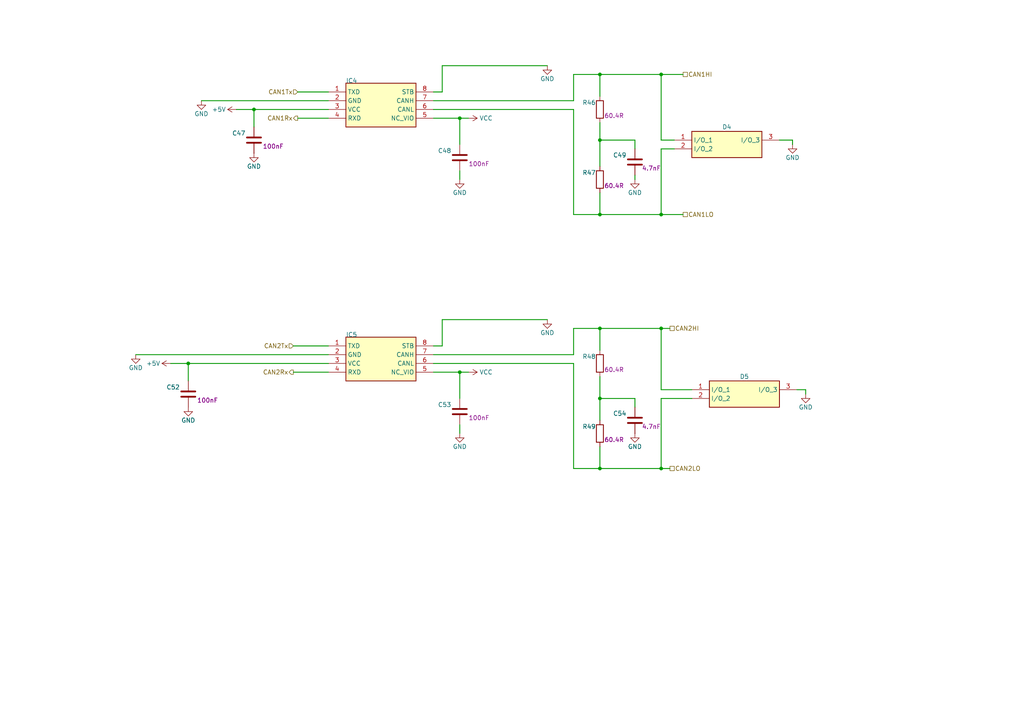
<source format=kicad_sch>
(kicad_sch
	(version 20231120)
	(generator "eeschema")
	(generator_version "8.0")
	(uuid "e778296f-007a-4b9f-88f3-7f1017d18c1b")
	(paper "A4")
	(title_block
		(title "CAN for Analog Node")
		(rev "1")
	)
	(lib_symbols
		(symbol "Device:C"
			(pin_numbers hide)
			(pin_names
				(offset 0.254)
			)
			(exclude_from_sim no)
			(in_bom yes)
			(on_board yes)
			(property "Reference" "C"
				(at 0.635 2.54 0)
				(effects
					(font
						(size 1.27 1.27)
					)
					(justify left)
				)
			)
			(property "Value" "C"
				(at 0.635 -2.54 0)
				(effects
					(font
						(size 1.27 1.27)
					)
					(justify left)
				)
			)
			(property "Footprint" ""
				(at 0.9652 -3.81 0)
				(effects
					(font
						(size 1.27 1.27)
					)
					(hide yes)
				)
			)
			(property "Datasheet" "~"
				(at 0 0 0)
				(effects
					(font
						(size 1.27 1.27)
					)
					(hide yes)
				)
			)
			(property "Description" "Unpolarized capacitor"
				(at 0 0 0)
				(effects
					(font
						(size 1.27 1.27)
					)
					(hide yes)
				)
			)
			(property "ki_keywords" "cap capacitor"
				(at 0 0 0)
				(effects
					(font
						(size 1.27 1.27)
					)
					(hide yes)
				)
			)
			(property "ki_fp_filters" "C_*"
				(at 0 0 0)
				(effects
					(font
						(size 1.27 1.27)
					)
					(hide yes)
				)
			)
			(symbol "C_0_1"
				(polyline
					(pts
						(xy -2.032 -0.762) (xy 2.032 -0.762)
					)
					(stroke
						(width 0.508)
						(type default)
					)
					(fill
						(type none)
					)
				)
				(polyline
					(pts
						(xy -2.032 0.762) (xy 2.032 0.762)
					)
					(stroke
						(width 0.508)
						(type default)
					)
					(fill
						(type none)
					)
				)
			)
			(symbol "C_1_1"
				(pin passive line
					(at 0 3.81 270)
					(length 2.794)
					(name "~"
						(effects
							(font
								(size 1.27 1.27)
							)
						)
					)
					(number "1"
						(effects
							(font
								(size 1.27 1.27)
							)
						)
					)
				)
				(pin passive line
					(at 0 -3.81 90)
					(length 2.794)
					(name "~"
						(effects
							(font
								(size 1.27 1.27)
							)
						)
					)
					(number "2"
						(effects
							(font
								(size 1.27 1.27)
							)
						)
					)
				)
			)
		)
		(symbol "Device:R"
			(pin_numbers hide)
			(pin_names
				(offset 0)
			)
			(exclude_from_sim no)
			(in_bom yes)
			(on_board yes)
			(property "Reference" "R"
				(at 2.032 0 90)
				(effects
					(font
						(size 1.27 1.27)
					)
				)
			)
			(property "Value" "R"
				(at 0 0 90)
				(effects
					(font
						(size 1.27 1.27)
					)
				)
			)
			(property "Footprint" ""
				(at -1.778 0 90)
				(effects
					(font
						(size 1.27 1.27)
					)
					(hide yes)
				)
			)
			(property "Datasheet" "~"
				(at 0 0 0)
				(effects
					(font
						(size 1.27 1.27)
					)
					(hide yes)
				)
			)
			(property "Description" "Resistor"
				(at 0 0 0)
				(effects
					(font
						(size 1.27 1.27)
					)
					(hide yes)
				)
			)
			(property "ki_keywords" "R res resistor"
				(at 0 0 0)
				(effects
					(font
						(size 1.27 1.27)
					)
					(hide yes)
				)
			)
			(property "ki_fp_filters" "R_*"
				(at 0 0 0)
				(effects
					(font
						(size 1.27 1.27)
					)
					(hide yes)
				)
			)
			(symbol "R_0_1"
				(rectangle
					(start -1.016 -2.54)
					(end 1.016 2.54)
					(stroke
						(width 0.254)
						(type default)
					)
					(fill
						(type none)
					)
				)
			)
			(symbol "R_1_1"
				(pin passive line
					(at 0 3.81 270)
					(length 1.27)
					(name "~"
						(effects
							(font
								(size 1.27 1.27)
							)
						)
					)
					(number "1"
						(effects
							(font
								(size 1.27 1.27)
							)
						)
					)
				)
				(pin passive line
					(at 0 -3.81 90)
					(length 1.27)
					(name "~"
						(effects
							(font
								(size 1.27 1.27)
							)
						)
					)
					(number "2"
						(effects
							(font
								(size 1.27 1.27)
							)
						)
					)
				)
			)
		)
		(symbol "ESDCAN24-2BLY:ESDCAN24-2BLY"
			(exclude_from_sim no)
			(in_bom yes)
			(on_board yes)
			(property "Reference" "D"
				(at 26.67 7.62 0)
				(effects
					(font
						(size 1.27 1.27)
					)
					(justify left top)
				)
			)
			(property "Value" "ESDCAN24-2BLY"
				(at 26.67 5.08 0)
				(effects
					(font
						(size 1.27 1.27)
					)
					(justify left top)
				)
			)
			(property "Footprint" "SOT95P255X125-3N"
				(at 26.67 -94.92 0)
				(effects
					(font
						(size 1.27 1.27)
					)
					(justify left top)
					(hide yes)
				)
			)
			(property "Datasheet" "https://www.st.com/resource/en/datasheet/esdcan24-2bly.pdf"
				(at 26.67 -194.92 0)
				(effects
					(font
						(size 1.27 1.27)
					)
					(justify left top)
					(hide yes)
				)
			)
			(property "Description" "TVS Diode Array Bi-Directional ESDCAN24-2BLY Dual 40V, 230W, SOT23-3L 3-Pin"
				(at 0 0 0)
				(effects
					(font
						(size 1.27 1.27)
					)
					(hide yes)
				)
			)
			(property "Height" "1.25"
				(at 26.67 -394.92 0)
				(effects
					(font
						(size 1.27 1.27)
					)
					(justify left top)
					(hide yes)
				)
			)
			(property "Mouser Part Number" "511-ESDCAN24-2BLY"
				(at 26.67 -494.92 0)
				(effects
					(font
						(size 1.27 1.27)
					)
					(justify left top)
					(hide yes)
				)
			)
			(property "Mouser Price/Stock" "https://www.mouser.co.uk/ProductDetail/STMicroelectronics/ESDCAN24-2BLY?qs=gNDSiZmRJS9IbRDJThIoAw%3D%3D"
				(at 26.67 -594.92 0)
				(effects
					(font
						(size 1.27 1.27)
					)
					(justify left top)
					(hide yes)
				)
			)
			(property "Manufacturer_Name" "STMicroelectronics"
				(at 26.67 -694.92 0)
				(effects
					(font
						(size 1.27 1.27)
					)
					(justify left top)
					(hide yes)
				)
			)
			(property "Manufacturer_Part_Number" "ESDCAN24-2BLY"
				(at 26.67 -794.92 0)
				(effects
					(font
						(size 1.27 1.27)
					)
					(justify left top)
					(hide yes)
				)
			)
			(symbol "ESDCAN24-2BLY_1_1"
				(rectangle
					(start 5.08 2.54)
					(end 25.4 -5.08)
					(stroke
						(width 0.254)
						(type default)
					)
					(fill
						(type background)
					)
				)
				(pin passive line
					(at 0 0 0)
					(length 5.08)
					(name "I/O_1"
						(effects
							(font
								(size 1.27 1.27)
							)
						)
					)
					(number "1"
						(effects
							(font
								(size 1.27 1.27)
							)
						)
					)
				)
				(pin passive line
					(at 0 -2.54 0)
					(length 5.08)
					(name "I/O_2"
						(effects
							(font
								(size 1.27 1.27)
							)
						)
					)
					(number "2"
						(effects
							(font
								(size 1.27 1.27)
							)
						)
					)
				)
				(pin passive line
					(at 30.48 0 180)
					(length 5.08)
					(name "I/O_3"
						(effects
							(font
								(size 1.27 1.27)
							)
						)
					)
					(number "3"
						(effects
							(font
								(size 1.27 1.27)
							)
						)
					)
				)
			)
		)
		(symbol "Untitled-altium-import:root_0_TCAN1462VDRQ1"
			(exclude_from_sim no)
			(in_bom yes)
			(on_board yes)
			(property "Reference" ""
				(at 0 0 0)
				(effects
					(font
						(size 1.27 1.27)
					)
				)
			)
			(property "Value" ""
				(at 0 0 0)
				(effects
					(font
						(size 1.27 1.27)
					)
				)
			)
			(property "Footprint" ""
				(at 0 0 0)
				(effects
					(font
						(size 1.27 1.27)
					)
					(hide yes)
				)
			)
			(property "Datasheet" ""
				(at 0 0 0)
				(effects
					(font
						(size 1.27 1.27)
					)
					(hide yes)
				)
			)
			(property "Description" "Integrated Circuit"
				(at 0 0 0)
				(effects
					(font
						(size 1.27 1.27)
					)
					(hide yes)
				)
			)
			(property "ki_fp_filters" "C:_Users_Public_Documents_Altium_PCB_Project_SamacSys.PcbLib_SOIC127P600X175-8N"
				(at 0 0 0)
				(effects
					(font
						(size 1.27 1.27)
					)
					(hide yes)
				)
			)
			(symbol "root_0_TCAN1462VDRQ1_1_0"
				(rectangle
					(start 25.4 2.54)
					(end 5.08 -10.16)
					(stroke
						(width 0.254)
						(type solid)
					)
					(fill
						(type background)
					)
				)
				(pin passive line
					(at 0 0 0)
					(length 5.08)
					(name "TXD"
						(effects
							(font
								(size 1.27 1.27)
							)
						)
					)
					(number "1"
						(effects
							(font
								(size 1.27 1.27)
							)
						)
					)
				)
				(pin passive line
					(at 0 -2.54 0)
					(length 5.08)
					(name "GND"
						(effects
							(font
								(size 1.27 1.27)
							)
						)
					)
					(number "2"
						(effects
							(font
								(size 1.27 1.27)
							)
						)
					)
				)
				(pin passive line
					(at 0 -5.08 0)
					(length 5.08)
					(name "VCC"
						(effects
							(font
								(size 1.27 1.27)
							)
						)
					)
					(number "3"
						(effects
							(font
								(size 1.27 1.27)
							)
						)
					)
				)
				(pin passive line
					(at 0 -7.62 0)
					(length 5.08)
					(name "RXD"
						(effects
							(font
								(size 1.27 1.27)
							)
						)
					)
					(number "4"
						(effects
							(font
								(size 1.27 1.27)
							)
						)
					)
				)
				(pin passive line
					(at 30.48 -7.62 180)
					(length 5.08)
					(name "NC_VIO"
						(effects
							(font
								(size 1.27 1.27)
							)
						)
					)
					(number "5"
						(effects
							(font
								(size 1.27 1.27)
							)
						)
					)
				)
				(pin passive line
					(at 30.48 -5.08 180)
					(length 5.08)
					(name "CANL"
						(effects
							(font
								(size 1.27 1.27)
							)
						)
					)
					(number "6"
						(effects
							(font
								(size 1.27 1.27)
							)
						)
					)
				)
				(pin passive line
					(at 30.48 -2.54 180)
					(length 5.08)
					(name "CANH"
						(effects
							(font
								(size 1.27 1.27)
							)
						)
					)
					(number "7"
						(effects
							(font
								(size 1.27 1.27)
							)
						)
					)
				)
				(pin passive line
					(at 30.48 0 180)
					(length 5.08)
					(name "STB"
						(effects
							(font
								(size 1.27 1.27)
							)
						)
					)
					(number "8"
						(effects
							(font
								(size 1.27 1.27)
							)
						)
					)
				)
			)
		)
		(symbol "power:+5V"
			(power)
			(pin_numbers hide)
			(pin_names
				(offset 0) hide)
			(exclude_from_sim no)
			(in_bom yes)
			(on_board yes)
			(property "Reference" "#PWR"
				(at 0 -3.81 0)
				(effects
					(font
						(size 1.27 1.27)
					)
					(hide yes)
				)
			)
			(property "Value" "+5V"
				(at 0 3.556 0)
				(effects
					(font
						(size 1.27 1.27)
					)
				)
			)
			(property "Footprint" ""
				(at 0 0 0)
				(effects
					(font
						(size 1.27 1.27)
					)
					(hide yes)
				)
			)
			(property "Datasheet" ""
				(at 0 0 0)
				(effects
					(font
						(size 1.27 1.27)
					)
					(hide yes)
				)
			)
			(property "Description" "Power symbol creates a global label with name \"+5V\""
				(at 0 0 0)
				(effects
					(font
						(size 1.27 1.27)
					)
					(hide yes)
				)
			)
			(property "ki_keywords" "global power"
				(at 0 0 0)
				(effects
					(font
						(size 1.27 1.27)
					)
					(hide yes)
				)
			)
			(symbol "+5V_0_1"
				(polyline
					(pts
						(xy -0.762 1.27) (xy 0 2.54)
					)
					(stroke
						(width 0)
						(type default)
					)
					(fill
						(type none)
					)
				)
				(polyline
					(pts
						(xy 0 0) (xy 0 2.54)
					)
					(stroke
						(width 0)
						(type default)
					)
					(fill
						(type none)
					)
				)
				(polyline
					(pts
						(xy 0 2.54) (xy 0.762 1.27)
					)
					(stroke
						(width 0)
						(type default)
					)
					(fill
						(type none)
					)
				)
			)
			(symbol "+5V_1_1"
				(pin power_in line
					(at 0 0 90)
					(length 0)
					(name "~"
						(effects
							(font
								(size 1.27 1.27)
							)
						)
					)
					(number "1"
						(effects
							(font
								(size 1.27 1.27)
							)
						)
					)
				)
			)
		)
		(symbol "power:GND"
			(power)
			(pin_numbers hide)
			(pin_names
				(offset 0) hide)
			(exclude_from_sim no)
			(in_bom yes)
			(on_board yes)
			(property "Reference" "#PWR"
				(at 0 -6.35 0)
				(effects
					(font
						(size 1.27 1.27)
					)
					(hide yes)
				)
			)
			(property "Value" "GND"
				(at 0 -3.81 0)
				(effects
					(font
						(size 1.27 1.27)
					)
				)
			)
			(property "Footprint" ""
				(at 0 0 0)
				(effects
					(font
						(size 1.27 1.27)
					)
					(hide yes)
				)
			)
			(property "Datasheet" ""
				(at 0 0 0)
				(effects
					(font
						(size 1.27 1.27)
					)
					(hide yes)
				)
			)
			(property "Description" "Power symbol creates a global label with name \"GND\" , ground"
				(at 0 0 0)
				(effects
					(font
						(size 1.27 1.27)
					)
					(hide yes)
				)
			)
			(property "ki_keywords" "global power"
				(at 0 0 0)
				(effects
					(font
						(size 1.27 1.27)
					)
					(hide yes)
				)
			)
			(symbol "GND_0_1"
				(polyline
					(pts
						(xy 0 0) (xy 0 -1.27) (xy 1.27 -1.27) (xy 0 -2.54) (xy -1.27 -1.27) (xy 0 -1.27)
					)
					(stroke
						(width 0)
						(type default)
					)
					(fill
						(type none)
					)
				)
			)
			(symbol "GND_1_1"
				(pin power_in line
					(at 0 0 270)
					(length 0)
					(name "~"
						(effects
							(font
								(size 1.27 1.27)
							)
						)
					)
					(number "1"
						(effects
							(font
								(size 1.27 1.27)
							)
						)
					)
				)
			)
		)
		(symbol "power:VCC"
			(power)
			(pin_numbers hide)
			(pin_names
				(offset 0) hide)
			(exclude_from_sim no)
			(in_bom yes)
			(on_board yes)
			(property "Reference" "#PWR"
				(at 0 -3.81 0)
				(effects
					(font
						(size 1.27 1.27)
					)
					(hide yes)
				)
			)
			(property "Value" "VCC"
				(at 0 3.556 0)
				(effects
					(font
						(size 1.27 1.27)
					)
				)
			)
			(property "Footprint" ""
				(at 0 0 0)
				(effects
					(font
						(size 1.27 1.27)
					)
					(hide yes)
				)
			)
			(property "Datasheet" ""
				(at 0 0 0)
				(effects
					(font
						(size 1.27 1.27)
					)
					(hide yes)
				)
			)
			(property "Description" "Power symbol creates a global label with name \"VCC\""
				(at 0 0 0)
				(effects
					(font
						(size 1.27 1.27)
					)
					(hide yes)
				)
			)
			(property "ki_keywords" "global power"
				(at 0 0 0)
				(effects
					(font
						(size 1.27 1.27)
					)
					(hide yes)
				)
			)
			(symbol "VCC_0_1"
				(polyline
					(pts
						(xy -0.762 1.27) (xy 0 2.54)
					)
					(stroke
						(width 0)
						(type default)
					)
					(fill
						(type none)
					)
				)
				(polyline
					(pts
						(xy 0 0) (xy 0 2.54)
					)
					(stroke
						(width 0)
						(type default)
					)
					(fill
						(type none)
					)
				)
				(polyline
					(pts
						(xy 0 2.54) (xy 0.762 1.27)
					)
					(stroke
						(width 0)
						(type default)
					)
					(fill
						(type none)
					)
				)
			)
			(symbol "VCC_1_1"
				(pin power_in line
					(at 0 0 90)
					(length 0)
					(name "~"
						(effects
							(font
								(size 1.27 1.27)
							)
						)
					)
					(number "1"
						(effects
							(font
								(size 1.27 1.27)
							)
						)
					)
				)
			)
		)
	)
	(junction
		(at 173.99 21.59)
		(diameter 0)
		(color 0 0 0 0)
		(uuid "0e55e554-ed74-450c-9076-177312dbb0fd")
	)
	(junction
		(at 191.77 135.89)
		(diameter 0)
		(color 0 0 0 0)
		(uuid "13dc1856-03e6-478b-a12c-ffbd7a06a1eb")
	)
	(junction
		(at 173.99 135.89)
		(diameter 0)
		(color 0 0 0 0)
		(uuid "20073788-04b0-4fbc-b4aa-78eb9afb53f7")
	)
	(junction
		(at 191.77 21.59)
		(diameter 0)
		(color 0 0 0 0)
		(uuid "5830f16b-3b8b-4c75-87dd-d63697813d98")
	)
	(junction
		(at 191.77 62.23)
		(diameter 0)
		(color 0 0 0 0)
		(uuid "5e26d7ce-f1aa-48a0-a4dd-31f442a05242")
	)
	(junction
		(at 73.66 31.75)
		(diameter 0)
		(color 0 0 0 0)
		(uuid "70b885b2-17c0-4a53-9154-91a8d4165d00")
	)
	(junction
		(at 133.35 34.29)
		(diameter 0)
		(color 0 0 0 0)
		(uuid "71ecb0a7-1207-4fce-8b8e-06b4a6db9c93")
	)
	(junction
		(at 173.99 95.25)
		(diameter 0)
		(color 0 0 0 0)
		(uuid "a31089d9-3377-4119-babe-1f4fa8cec37a")
	)
	(junction
		(at 191.77 95.25)
		(diameter 0)
		(color 0 0 0 0)
		(uuid "bbb2303e-1d10-41a1-bd8d-9d301b750533")
	)
	(junction
		(at 173.99 115.57)
		(diameter 0)
		(color 0 0 0 0)
		(uuid "bd077ca6-c784-4fa5-a4de-de52178f6420")
	)
	(junction
		(at 173.99 40.64)
		(diameter 0)
		(color 0 0 0 0)
		(uuid "db47b328-7ecc-472c-997e-1e643cfe43d4")
	)
	(junction
		(at 173.99 62.23)
		(diameter 0)
		(color 0 0 0 0)
		(uuid "e91af657-9eca-4d1c-901a-45b1d334ab4e")
	)
	(junction
		(at 54.61 105.41)
		(diameter 0)
		(color 0 0 0 0)
		(uuid "e92d8a7e-a6f6-407c-b929-ce32a597f76c")
	)
	(junction
		(at 133.35 107.95)
		(diameter 0)
		(color 0 0 0 0)
		(uuid "f8975592-7b2d-456e-bb28-662d2c404f2b")
	)
	(wire
		(pts
			(xy 195.58 43.18) (xy 191.77 43.18)
		)
		(stroke
			(width 0.254)
			(type default)
		)
		(uuid "04460c5b-5b47-4f0b-b9d4-1c3d6a081228")
	)
	(wire
		(pts
			(xy 229.87 40.64) (xy 229.87 41.91)
		)
		(stroke
			(width 0.254)
			(type default)
		)
		(uuid "0482036b-d71d-4b52-85f4-d281e9d5ca20")
	)
	(wire
		(pts
			(xy 125.73 100.33) (xy 128.27 100.33)
		)
		(stroke
			(width 0.254)
			(type default)
		)
		(uuid "073c29ca-6c9a-47fa-8624-d0785341a4c8")
	)
	(wire
		(pts
			(xy 191.77 62.23) (xy 198.12 62.23)
		)
		(stroke
			(width 0.254)
			(type default)
		)
		(uuid "0914f5e1-b6de-40fd-a9dd-fa01e3b9772b")
	)
	(wire
		(pts
			(xy 133.35 41.91) (xy 133.35 34.29)
		)
		(stroke
			(width 0.254)
			(type default)
		)
		(uuid "0bf60f99-177b-4aba-8bd6-72ea8b035292")
	)
	(wire
		(pts
			(xy 135.89 34.29) (xy 133.35 34.29)
		)
		(stroke
			(width 0.254)
			(type default)
		)
		(uuid "0f320c53-0fcf-4d78-935a-a579d087c397")
	)
	(wire
		(pts
			(xy 125.73 105.41) (xy 166.37 105.41)
		)
		(stroke
			(width 0.254)
			(type default)
		)
		(uuid "1284551b-786b-4d13-8a3e-dcedecb07084")
	)
	(wire
		(pts
			(xy 54.61 105.41) (xy 95.25 105.41)
		)
		(stroke
			(width 0.254)
			(type default)
		)
		(uuid "196bf00e-fa4f-4df2-b12b-692a7ea450b3")
	)
	(wire
		(pts
			(xy 133.35 107.95) (xy 125.73 107.95)
		)
		(stroke
			(width 0.254)
			(type default)
		)
		(uuid "1ce6613d-439e-42b4-915a-04b0312dcd63")
	)
	(wire
		(pts
			(xy 133.35 115.57) (xy 133.35 107.95)
		)
		(stroke
			(width 0.254)
			(type default)
		)
		(uuid "1d3a9506-1cd5-4bd6-a7ec-cea67a40b226")
	)
	(wire
		(pts
			(xy 95.25 29.21) (xy 58.42 29.21)
		)
		(stroke
			(width 0.254)
			(type default)
		)
		(uuid "1d4b5184-1bbf-44dd-b54e-3005f471bbcc")
	)
	(wire
		(pts
			(xy 173.99 21.59) (xy 173.99 27.94)
		)
		(stroke
			(width 0.254)
			(type default)
		)
		(uuid "1f47d45b-2a73-4c65-8cd5-fd514dcb0355")
	)
	(wire
		(pts
			(xy 86.36 26.67) (xy 95.25 26.67)
		)
		(stroke
			(width 0.254)
			(type default)
		)
		(uuid "1fb092bc-4a36-4474-a5f0-f7bf7d25e53c")
	)
	(wire
		(pts
			(xy 200.66 113.03) (xy 191.77 113.03)
		)
		(stroke
			(width 0.254)
			(type default)
		)
		(uuid "20963f9f-ba30-45e1-8ca9-24561196ecb3")
	)
	(wire
		(pts
			(xy 173.99 55.88) (xy 173.99 62.23)
		)
		(stroke
			(width 0.254)
			(type default)
		)
		(uuid "2787f2db-945c-47db-aa4e-4952583ea5be")
	)
	(wire
		(pts
			(xy 173.99 95.25) (xy 191.77 95.25)
		)
		(stroke
			(width 0.254)
			(type default)
		)
		(uuid "2d67c302-e524-4f18-b129-c5f3c9038a4c")
	)
	(wire
		(pts
			(xy 191.77 113.03) (xy 191.77 95.25)
		)
		(stroke
			(width 0.254)
			(type default)
		)
		(uuid "2dc1dc1b-b0d4-482b-8063-3786c0522cfb")
	)
	(wire
		(pts
			(xy 73.66 36.83) (xy 73.66 31.75)
		)
		(stroke
			(width 0.254)
			(type default)
		)
		(uuid "2f08f17b-0d9d-46ce-b561-8be531f4ecd3")
	)
	(wire
		(pts
			(xy 166.37 21.59) (xy 166.37 29.21)
		)
		(stroke
			(width 0.254)
			(type default)
		)
		(uuid "308237f4-cb51-4d8d-885d-204febf3ae97")
	)
	(wire
		(pts
			(xy 184.15 115.57) (xy 184.15 118.11)
		)
		(stroke
			(width 0.254)
			(type default)
		)
		(uuid "32db4b08-412b-4a7b-8b46-cdbe5d234e87")
	)
	(wire
		(pts
			(xy 128.27 19.05) (xy 158.75 19.05)
		)
		(stroke
			(width 0.254)
			(type default)
		)
		(uuid "34c81e76-e87a-4543-9ccd-ebe1e8fb036d")
	)
	(wire
		(pts
			(xy 166.37 62.23) (xy 173.99 62.23)
		)
		(stroke
			(width 0.254)
			(type default)
		)
		(uuid "34dd6b51-2254-4b54-974a-6b03b9ab181f")
	)
	(wire
		(pts
			(xy 173.99 109.22) (xy 173.99 115.57)
		)
		(stroke
			(width 0.254)
			(type default)
		)
		(uuid "3c8ae3ae-4202-4e90-9e2c-37a567559c3f")
	)
	(wire
		(pts
			(xy 191.77 43.18) (xy 191.77 62.23)
		)
		(stroke
			(width 0.254)
			(type default)
		)
		(uuid "3d3431d8-371f-4f38-91ff-6e005df8399e")
	)
	(wire
		(pts
			(xy 166.37 105.41) (xy 166.37 135.89)
		)
		(stroke
			(width 0.254)
			(type default)
		)
		(uuid "44d99ee4-1eac-4b9a-aed5-b58677979c70")
	)
	(wire
		(pts
			(xy 166.37 102.87) (xy 125.73 102.87)
		)
		(stroke
			(width 0.254)
			(type default)
		)
		(uuid "45215e24-68b7-491f-b539-abd52609bc30")
	)
	(wire
		(pts
			(xy 135.89 107.95) (xy 133.35 107.95)
		)
		(stroke
			(width 0.254)
			(type default)
		)
		(uuid "48d31a94-dd21-4341-94bd-9c3ab82fcf8f")
	)
	(wire
		(pts
			(xy 128.27 26.67) (xy 128.27 19.05)
		)
		(stroke
			(width 0.254)
			(type default)
		)
		(uuid "4a67b263-a490-4e12-bdd8-885ec9df87d0")
	)
	(wire
		(pts
			(xy 191.77 95.25) (xy 194.31 95.25)
		)
		(stroke
			(width 0.254)
			(type default)
		)
		(uuid "5121bf9f-c4a4-447d-b5cd-b02342d24851")
	)
	(wire
		(pts
			(xy 173.99 95.25) (xy 166.37 95.25)
		)
		(stroke
			(width 0.254)
			(type default)
		)
		(uuid "54ad5dd4-2253-4d7c-9471-969aa5e75789")
	)
	(wire
		(pts
			(xy 173.99 21.59) (xy 191.77 21.59)
		)
		(stroke
			(width 0.254)
			(type default)
		)
		(uuid "564154f4-53c3-4857-9da9-d0a3b03838ff")
	)
	(wire
		(pts
			(xy 54.61 105.41) (xy 49.53 105.41)
		)
		(stroke
			(width 0.254)
			(type default)
		)
		(uuid "57bcc0d3-e8a0-4087-8542-c47f791d6ab3")
	)
	(wire
		(pts
			(xy 173.99 115.57) (xy 173.99 121.92)
		)
		(stroke
			(width 0.254)
			(type default)
		)
		(uuid "5d754db3-7db6-44c3-b12a-7c2013a2c3c1")
	)
	(wire
		(pts
			(xy 166.37 95.25) (xy 166.37 102.87)
		)
		(stroke
			(width 0.254)
			(type default)
		)
		(uuid "5dcabd07-e562-413e-b626-604cda491bd1")
	)
	(wire
		(pts
			(xy 173.99 62.23) (xy 191.77 62.23)
		)
		(stroke
			(width 0.254)
			(type default)
		)
		(uuid "64680ffe-bd0f-4706-8402-c1d54187139c")
	)
	(wire
		(pts
			(xy 173.99 129.54) (xy 173.99 135.89)
		)
		(stroke
			(width 0.254)
			(type default)
		)
		(uuid "66b33018-f2f5-44a4-999c-e6bd1e85bf03")
	)
	(wire
		(pts
			(xy 54.61 110.49) (xy 54.61 105.41)
		)
		(stroke
			(width 0.254)
			(type default)
		)
		(uuid "677f7667-f977-40cd-9344-cd8bcc8e884d")
	)
	(wire
		(pts
			(xy 125.73 26.67) (xy 128.27 26.67)
		)
		(stroke
			(width 0.254)
			(type default)
		)
		(uuid "6f7aa38f-80f5-49da-b583-4be147e705cf")
	)
	(wire
		(pts
			(xy 85.09 107.95) (xy 95.25 107.95)
		)
		(stroke
			(width 0.254)
			(type default)
		)
		(uuid "72360464-acc3-429f-a73f-647419c5ffc2")
	)
	(wire
		(pts
			(xy 125.73 31.75) (xy 166.37 31.75)
		)
		(stroke
			(width 0.254)
			(type default)
		)
		(uuid "74ee7593-a5bc-48cf-a1c9-e5b5b0a247e8")
	)
	(wire
		(pts
			(xy 231.14 113.03) (xy 233.68 113.03)
		)
		(stroke
			(width 0.254)
			(type default)
		)
		(uuid "7506b86c-acd1-4dd1-9c68-ac84d9f6b5d2")
	)
	(wire
		(pts
			(xy 229.87 40.64) (xy 226.06 40.64)
		)
		(stroke
			(width 0.254)
			(type default)
		)
		(uuid "87401df9-083e-40dc-83c3-742051c1eb12")
	)
	(wire
		(pts
			(xy 86.36 34.29) (xy 95.25 34.29)
		)
		(stroke
			(width 0.254)
			(type default)
		)
		(uuid "8b35763f-a830-4908-adce-d898ef83f513")
	)
	(wire
		(pts
			(xy 200.66 115.57) (xy 191.77 115.57)
		)
		(stroke
			(width 0.254)
			(type default)
		)
		(uuid "8b967926-7907-4efe-b068-f870a6feea5e")
	)
	(wire
		(pts
			(xy 191.77 115.57) (xy 191.77 135.89)
		)
		(stroke
			(width 0.254)
			(type default)
		)
		(uuid "9880b20a-1fe9-4e6c-a542-29d91ef8843f")
	)
	(wire
		(pts
			(xy 233.68 113.03) (xy 233.68 114.3)
		)
		(stroke
			(width 0.254)
			(type default)
		)
		(uuid "9c68f9a2-db92-4f11-8878-5f2e40b26dc2")
	)
	(wire
		(pts
			(xy 133.35 125.73) (xy 133.35 123.19)
		)
		(stroke
			(width 0.254)
			(type default)
		)
		(uuid "9f3ee527-a2b4-475e-b815-4ea2f2d2f071")
	)
	(wire
		(pts
			(xy 133.35 52.07) (xy 133.35 49.53)
		)
		(stroke
			(width 0.254)
			(type default)
		)
		(uuid "9ff959cf-bdf4-4b86-b452-e422b9ca0270")
	)
	(wire
		(pts
			(xy 173.99 21.59) (xy 166.37 21.59)
		)
		(stroke
			(width 0.254)
			(type default)
		)
		(uuid "a60fde1d-28b5-4261-9842-94beb8e7a65b")
	)
	(wire
		(pts
			(xy 85.09 100.33) (xy 95.25 100.33)
		)
		(stroke
			(width 0.254)
			(type default)
		)
		(uuid "ab4a9b77-500b-4779-a8f4-7961639bc73e")
	)
	(wire
		(pts
			(xy 128.27 100.33) (xy 128.27 92.71)
		)
		(stroke
			(width 0.254)
			(type default)
		)
		(uuid "aca1ab1a-f056-4668-b86f-71b92d2c129f")
	)
	(wire
		(pts
			(xy 173.99 35.56) (xy 173.99 40.64)
		)
		(stroke
			(width 0.254)
			(type default)
		)
		(uuid "af569f4e-ebe6-4781-bc24-2ec1a8072567")
	)
	(wire
		(pts
			(xy 133.35 34.29) (xy 125.73 34.29)
		)
		(stroke
			(width 0.254)
			(type default)
		)
		(uuid "b00d6172-e804-4734-a24a-61e0bc9e3ebb")
	)
	(wire
		(pts
			(xy 73.66 31.75) (xy 68.58 31.75)
		)
		(stroke
			(width 0.254)
			(type default)
		)
		(uuid "b3030a75-7906-4d30-9e65-e940fd592800")
	)
	(wire
		(pts
			(xy 95.25 102.87) (xy 39.37 102.87)
		)
		(stroke
			(width 0.254)
			(type default)
		)
		(uuid "b58dd0c7-0507-4f3e-b115-534f83052c3a")
	)
	(wire
		(pts
			(xy 191.77 135.89) (xy 194.31 135.89)
		)
		(stroke
			(width 0.254)
			(type default)
		)
		(uuid "b938fa25-966a-4581-8984-6b9de4907865")
	)
	(wire
		(pts
			(xy 195.58 40.64) (xy 191.77 40.64)
		)
		(stroke
			(width 0.254)
			(type default)
		)
		(uuid "c0839575-b621-40ac-96b0-3a23ebf7d4a3")
	)
	(wire
		(pts
			(xy 73.66 31.75) (xy 95.25 31.75)
		)
		(stroke
			(width 0.254)
			(type default)
		)
		(uuid "d2213894-c58c-4ece-9e30-5d8e54a33def")
	)
	(wire
		(pts
			(xy 173.99 95.25) (xy 173.99 101.6)
		)
		(stroke
			(width 0.254)
			(type default)
		)
		(uuid "d9dc6dfd-9a09-4d8f-b089-28dac1b54810")
	)
	(wire
		(pts
			(xy 184.15 40.64) (xy 184.15 43.18)
		)
		(stroke
			(width 0.254)
			(type default)
		)
		(uuid "dae35465-18e2-4268-a652-5839af3234fa")
	)
	(wire
		(pts
			(xy 128.27 92.71) (xy 158.75 92.71)
		)
		(stroke
			(width 0.254)
			(type default)
		)
		(uuid "dbbe0746-9727-4936-8203-3a8ccc4924a3")
	)
	(wire
		(pts
			(xy 184.15 50.8) (xy 184.15 52.07)
		)
		(stroke
			(width 0.254)
			(type default)
		)
		(uuid "df301077-6c9b-4e36-ab89-5b23e0e09e8f")
	)
	(wire
		(pts
			(xy 184.15 115.57) (xy 173.99 115.57)
		)
		(stroke
			(width 0.254)
			(type default)
		)
		(uuid "e723c73f-82dd-4d49-8a62-7d3fac1215e5")
	)
	(wire
		(pts
			(xy 184.15 40.64) (xy 173.99 40.64)
		)
		(stroke
			(width 0.254)
			(type default)
		)
		(uuid "e9257a47-2bdc-4833-a5ba-5ac19977979d")
	)
	(wire
		(pts
			(xy 166.37 31.75) (xy 166.37 62.23)
		)
		(stroke
			(width 0.254)
			(type default)
		)
		(uuid "eada6832-5f98-4c0b-a830-2ec0306ffeda")
	)
	(wire
		(pts
			(xy 173.99 40.64) (xy 173.99 48.26)
		)
		(stroke
			(width 0.254)
			(type default)
		)
		(uuid "ed7a7f92-5f1a-4da8-851a-2f55cc981a01")
	)
	(wire
		(pts
			(xy 191.77 21.59) (xy 198.12 21.59)
		)
		(stroke
			(width 0.254)
			(type default)
		)
		(uuid "f480e50c-d876-471e-b061-528b6507f2ad")
	)
	(wire
		(pts
			(xy 166.37 135.89) (xy 173.99 135.89)
		)
		(stroke
			(width 0.254)
			(type default)
		)
		(uuid "f4af5c0d-9b41-40ca-b61e-bb5a3ecf1f72")
	)
	(wire
		(pts
			(xy 166.37 29.21) (xy 125.73 29.21)
		)
		(stroke
			(width 0.254)
			(type default)
		)
		(uuid "f6a604e8-18e1-4df4-829c-db3b95c2a74d")
	)
	(wire
		(pts
			(xy 173.99 135.89) (xy 191.77 135.89)
		)
		(stroke
			(width 0.254)
			(type default)
		)
		(uuid "fb2d8ec3-462d-4cd6-a86a-e76c1dd3a470")
	)
	(wire
		(pts
			(xy 191.77 40.64) (xy 191.77 21.59)
		)
		(stroke
			(width 0.254)
			(type default)
		)
		(uuid "fff2afb3-8476-4a33-8c4d-0ce62d12d3e5")
	)
	(hierarchical_label "CAN2Tx"
		(shape input)
		(at 85.09 100.33 180)
		(fields_autoplaced yes)
		(effects
			(font
				(size 1.27 1.27)
			)
			(justify right)
		)
		(uuid "06d97bfd-7b33-4744-aeb5-5ecd813828cb")
	)
	(hierarchical_label "CAN2HI"
		(shape passive)
		(at 194.31 95.25 0)
		(fields_autoplaced yes)
		(effects
			(font
				(size 1.27 1.27)
			)
			(justify left)
		)
		(uuid "0af7467c-5763-4f7a-b031-cf0a770c8700")
	)
	(hierarchical_label "CAN1HI"
		(shape passive)
		(at 198.12 21.59 0)
		(fields_autoplaced yes)
		(effects
			(font
				(size 1.27 1.27)
			)
			(justify left)
		)
		(uuid "1fd9babc-57f6-48e2-83b2-9b803183af0a")
	)
	(hierarchical_label "CAN2LO"
		(shape passive)
		(at 194.31 135.89 0)
		(fields_autoplaced yes)
		(effects
			(font
				(size 1.27 1.27)
			)
			(justify left)
		)
		(uuid "2543e558-b630-4034-9a71-6e6223e3631e")
	)
	(hierarchical_label "CAN1Tx"
		(shape input)
		(at 86.36 26.67 180)
		(fields_autoplaced yes)
		(effects
			(font
				(size 1.27 1.27)
			)
			(justify right)
		)
		(uuid "5b5b4bcd-46f6-4f2f-bafe-809113ad9027")
	)
	(hierarchical_label "CAN2Rx"
		(shape output)
		(at 85.09 107.95 180)
		(fields_autoplaced yes)
		(effects
			(font
				(size 1.27 1.27)
			)
			(justify right)
		)
		(uuid "75240f2b-a194-493e-96d4-b2e1d083d8cc")
	)
	(hierarchical_label "CAN1LO"
		(shape passive)
		(at 198.12 62.23 0)
		(fields_autoplaced yes)
		(effects
			(font
				(size 1.27 1.27)
			)
			(justify left)
		)
		(uuid "ae49fc1b-eebc-46dc-90a0-001a3ab2421a")
	)
	(hierarchical_label "CAN1Rx"
		(shape output)
		(at 86.36 34.29 180)
		(fields_autoplaced yes)
		(effects
			(font
				(size 1.27 1.27)
			)
			(justify right)
		)
		(uuid "e011dcc8-b33c-47e0-b9dc-fab227afa81f")
	)
	(symbol
		(lib_id "Untitled-altium-import:root_0_TCAN1462VDRQ1")
		(at 95.25 100.33 0)
		(unit 1)
		(exclude_from_sim no)
		(in_bom yes)
		(on_board yes)
		(dnp no)
		(uuid "08516b4b-b95e-4cdd-98fc-f65193655f48")
		(property "Reference" "IC5"
			(at 100.33 97.79 0)
			(effects
				(font
					(size 1.27 1.27)
				)
				(justify left bottom)
			)
		)
		(property "Value" "TCAN1462VDRQ1"
			(at 100.33 113.03 0)
			(effects
				(font
					(size 1.27 1.27)
				)
				(justify left bottom)
				(hide yes)
			)
		)
		(property "Footprint" "SamacSys.PcbLib:SOIC127P600X175-8N"
			(at 95.25 100.33 0)
			(effects
				(font
					(size 1.27 1.27)
				)
				(hide yes)
			)
		)
		(property "Datasheet" ""
			(at 95.25 100.33 0)
			(effects
				(font
					(size 1.27 1.27)
				)
				(hide yes)
			)
		)
		(property "Description" ""
			(at 95.25 100.33 0)
			(effects
				(font
					(size 1.27 1.27)
				)
				(hide yes)
			)
		)
		(property "DATASHEET LINK" "https://www.ti.com/general/docs/suppproductinfo.tsp?distId=26&gotoUrl=https://www.ti.com/lit/gpn/tcan1462-q1"
			(at 94.742 97.79 0)
			(effects
				(font
					(size 1.27 1.27)
				)
				(justify left bottom)
				(hide yes)
			)
		)
		(property "HEIGHT" "1.75mm"
			(at 94.742 97.79 0)
			(effects
				(font
					(size 1.27 1.27)
				)
				(justify left bottom)
				(hide yes)
			)
		)
		(property "MANUFACTURER_NAME" "Texas Instruments"
			(at 94.742 97.79 0)
			(effects
				(font
					(size 1.27 1.27)
				)
				(justify left bottom)
				(hide yes)
			)
		)
		(property "MANUFACTURER_PART_NUMBER" "TCAN1462VDRQ1"
			(at 94.742 97.79 0)
			(effects
				(font
					(size 1.27 1.27)
				)
				(justify left bottom)
				(hide yes)
			)
		)
		(property "MOUSER PART NUMBER" "595-TCAN1462VDRQ1"
			(at 94.742 97.79 0)
			(effects
				(font
					(size 1.27 1.27)
				)
				(justify left bottom)
				(hide yes)
			)
		)
		(property "MOUSER PRICE/STOCK" "https://www.mouser.co.uk/ProductDetail/Texas-Instruments/TCAN1462VDRQ1?qs=rQFj71Wb1eU28cwJFt9kYg%3D%3D"
			(at 94.742 97.79 0)
			(effects
				(font
					(size 1.27 1.27)
				)
				(justify left bottom)
				(hide yes)
			)
		)
		(property "ARROW PART NUMBER" ""
			(at 94.742 97.79 0)
			(effects
				(font
					(size 1.27 1.27)
				)
				(justify left bottom)
				(hide yes)
			)
		)
		(property "ARROW PRICE/STOCK" ""
			(at 94.742 97.79 0)
			(effects
				(font
					(size 1.27 1.27)
				)
				(justify left bottom)
				(hide yes)
			)
		)
		(pin "1"
			(uuid "60ba6510-76ee-4929-99fa-6645a8882abf")
		)
		(pin "2"
			(uuid "6ce0253a-1f4c-4d6d-a4f5-a91b98458389")
		)
		(pin "3"
			(uuid "72990e8e-b2aa-4d05-a99a-2b3f06a3dfce")
		)
		(pin "4"
			(uuid "be7f2ba2-5bd7-4d39-a18e-780c95795ead")
		)
		(pin "5"
			(uuid "2d66fb88-9f85-49b4-b063-3b55888f072d")
		)
		(pin "6"
			(uuid "346e1915-9e32-4d51-8fa6-cfe3389ca358")
		)
		(pin "7"
			(uuid "25bf9ec1-bfd5-4955-ab81-330beda4884f")
		)
		(pin "8"
			(uuid "4512be9d-f281-4daf-83fd-f6a606bc9928")
		)
		(instances
			(project "Nodes"
				(path "/7f1aa41b-970a-42cc-8701-1d90e3bd89a6/7d82bd19-4de3-497f-a840-7872f07b0c7c/77be9626-821e-42de-9f62-115b4450057f"
					(reference "IC5")
					(unit 1)
				)
			)
			(project "Untitled"
				(path "/e778296f-007a-4b9f-88f3-7f1017d18c1b"
					(reference "IC5")
					(unit 1)
				)
			)
		)
	)
	(symbol
		(lib_id "Untitled-altium-import:root_0_TCAN1462VDRQ1")
		(at 95.25 26.67 0)
		(unit 1)
		(exclude_from_sim no)
		(in_bom yes)
		(on_board yes)
		(dnp no)
		(uuid "0de14c4e-8e2c-4a33-81b5-c72f81a6887b")
		(property "Reference" "IC4"
			(at 100.33 24.13 0)
			(effects
				(font
					(size 1.27 1.27)
				)
				(justify left bottom)
			)
		)
		(property "Value" "TCAN1462VDRQ1"
			(at 100.33 39.37 0)
			(effects
				(font
					(size 1.27 1.27)
				)
				(justify left bottom)
				(hide yes)
			)
		)
		(property "Footprint" "SamacSys.PcbLib:SOIC127P600X175-8N"
			(at 95.25 26.67 0)
			(effects
				(font
					(size 1.27 1.27)
				)
				(hide yes)
			)
		)
		(property "Datasheet" ""
			(at 95.25 26.67 0)
			(effects
				(font
					(size 1.27 1.27)
				)
				(hide yes)
			)
		)
		(property "Description" ""
			(at 95.25 26.67 0)
			(effects
				(font
					(size 1.27 1.27)
				)
				(hide yes)
			)
		)
		(property "DATASHEET LINK" "https://www.ti.com/general/docs/suppproductinfo.tsp?distId=26&gotoUrl=https://www.ti.com/lit/gpn/tcan1462-q1"
			(at 94.742 24.13 0)
			(effects
				(font
					(size 1.27 1.27)
				)
				(justify left bottom)
				(hide yes)
			)
		)
		(property "HEIGHT" "1.75mm"
			(at 94.742 24.13 0)
			(effects
				(font
					(size 1.27 1.27)
				)
				(justify left bottom)
				(hide yes)
			)
		)
		(property "MANUFACTURER_NAME" "Texas Instruments"
			(at 94.742 24.13 0)
			(effects
				(font
					(size 1.27 1.27)
				)
				(justify left bottom)
				(hide yes)
			)
		)
		(property "MANUFACTURER_PART_NUMBER" "TCAN1462VDRQ1"
			(at 94.742 24.13 0)
			(effects
				(font
					(size 1.27 1.27)
				)
				(justify left bottom)
				(hide yes)
			)
		)
		(property "MOUSER PART NUMBER" "595-TCAN1462VDRQ1"
			(at 94.742 24.13 0)
			(effects
				(font
					(size 1.27 1.27)
				)
				(justify left bottom)
				(hide yes)
			)
		)
		(property "MOUSER PRICE/STOCK" "https://www.mouser.co.uk/ProductDetail/Texas-Instruments/TCAN1462VDRQ1?qs=rQFj71Wb1eU28cwJFt9kYg%3D%3D"
			(at 94.742 24.13 0)
			(effects
				(font
					(size 1.27 1.27)
				)
				(justify left bottom)
				(hide yes)
			)
		)
		(property "ARROW PART NUMBER" ""
			(at 94.742 24.13 0)
			(effects
				(font
					(size 1.27 1.27)
				)
				(justify left bottom)
				(hide yes)
			)
		)
		(property "ARROW PRICE/STOCK" ""
			(at 94.742 24.13 0)
			(effects
				(font
					(size 1.27 1.27)
				)
				(justify left bottom)
				(hide yes)
			)
		)
		(pin "1"
			(uuid "c5225326-ff6f-4e29-ad51-5c46b2bbed60")
		)
		(pin "2"
			(uuid "a7127eed-3b64-4972-8255-a31b3e53dddc")
		)
		(pin "3"
			(uuid "d1bad84a-2ac6-4fde-99a4-e9a40c217ebd")
		)
		(pin "4"
			(uuid "dfbc414d-bb36-48ef-a2b6-5342ed5fb237")
		)
		(pin "5"
			(uuid "cf293f02-95fb-431a-a41c-6f5d7022cedd")
		)
		(pin "6"
			(uuid "5c87682b-9a38-40c5-9fa8-51d8151eb431")
		)
		(pin "7"
			(uuid "b3fd9aa2-b0ee-4441-a504-2dd0a5ed97e8")
		)
		(pin "8"
			(uuid "dc728d95-dede-453e-8e8f-b557abf80b43")
		)
		(instances
			(project "Nodes"
				(path "/7f1aa41b-970a-42cc-8701-1d90e3bd89a6/7d82bd19-4de3-497f-a840-7872f07b0c7c/77be9626-821e-42de-9f62-115b4450057f"
					(reference "IC4")
					(unit 1)
				)
			)
			(project "Untitled"
				(path "/e778296f-007a-4b9f-88f3-7f1017d18c1b"
					(reference "IC4")
					(unit 1)
				)
			)
		)
	)
	(symbol
		(lib_id "Device:C")
		(at 73.66 40.64 0)
		(unit 1)
		(exclude_from_sim no)
		(in_bom yes)
		(on_board yes)
		(dnp no)
		(uuid "165fa3e6-16b4-4945-9c19-6c947438ac20")
		(property "Reference" "C47"
			(at 67.31 39.37 0)
			(effects
				(font
					(size 1.27 1.27)
				)
				(justify left bottom)
			)
		)
		(property "Value" "08055C104KAT4A"
			(at 70.866 40.132 0)
			(effects
				(font
					(size 1.27 1.27)
				)
				(justify left bottom)
				(hide yes)
			)
		)
		(property "Footprint" "Capacitor_SMD:C_0805_2012Metric_Pad1.18x1.45mm_HandSolder"
			(at 73.66 40.64 0)
			(effects
				(font
					(size 1.27 1.27)
				)
				(hide yes)
			)
		)
		(property "Datasheet" ""
			(at 73.66 40.64 0)
			(effects
				(font
					(size 1.27 1.27)
				)
				(hide yes)
			)
		)
		(property "Description" ""
			(at 73.66 40.64 0)
			(effects
				(font
					(size 1.27 1.27)
				)
				(hide yes)
			)
		)
		(property "VOLTAGE RATING" ""
			(at 70.866 40.132 0)
			(effects
				(font
					(size 1.27 1.27)
				)
				(justify left bottom)
				(hide yes)
			)
		)
		(property "HEIGHT" "0.94mm"
			(at 70.866 40.132 0)
			(effects
				(font
					(size 1.27 1.27)
				)
				(justify left bottom)
				(hide yes)
			)
		)
		(property "ALTIUM_VALUE" "100nF"
			(at 76.2 43.18 0)
			(effects
				(font
					(size 1.27 1.27)
				)
				(justify left bottom)
			)
		)
		(property "TOLERANCE" ""
			(at 70.866 40.132 0)
			(effects
				(font
					(size 1.27 1.27)
				)
				(justify left bottom)
				(hide yes)
			)
		)
		(property "CAPACITOR TYPE" "Ceramic"
			(at 68.58 40.132 0)
			(effects
				(font
					(size 1.27 1.27)
				)
				(justify left bottom)
				(hide yes)
			)
		)
		(property "CASE/PACKAGE" "0805"
			(at 68.58 40.132 0)
			(effects
				(font
					(size 1.27 1.27)
				)
				(justify left bottom)
				(hide yes)
			)
		)
		(property "DIELECTRIC MATERIAL" "Ceramic"
			(at 68.58 40.132 0)
			(effects
				(font
					(size 1.27 1.27)
				)
				(justify left bottom)
				(hide yes)
			)
		)
		(property "JESD-609 CODE" "e3"
			(at 68.58 40.132 0)
			(effects
				(font
					(size 1.27 1.27)
				)
				(justify left bottom)
				(hide yes)
			)
		)
		(property "LENGTH" "2.01mm"
			(at 68.58 40.132 0)
			(effects
				(font
					(size 1.27 1.27)
				)
				(justify left bottom)
				(hide yes)
			)
		)
		(property "MAX OPERATING TEMPERATURE" "125°C"
			(at 68.58 40.132 0)
			(effects
				(font
					(size 1.27 1.27)
				)
				(justify left bottom)
				(hide yes)
			)
		)
		(property "MIN OPERATING TEMPERATURE" "-55°C"
			(at 68.58 40.132 0)
			(effects
				(font
					(size 1.27 1.27)
				)
				(justify left bottom)
				(hide yes)
			)
		)
		(property "MOUNTING TECHNOLOGY" "Surface Mount"
			(at 68.58 40.132 0)
			(effects
				(font
					(size 1.27 1.27)
				)
				(justify left bottom)
				(hide yes)
			)
		)
		(property "MULTILAYER" "Yes"
			(at 68.58 40.132 0)
			(effects
				(font
					(size 1.27 1.27)
				)
				(justify left bottom)
				(hide yes)
			)
		)
		(property "PACKAGE SHAPE" "Rectangular"
			(at 68.58 40.132 0)
			(effects
				(font
					(size 1.27 1.27)
				)
				(justify left bottom)
				(hide yes)
			)
		)
		(property "PACKAGE STYLE" "SMTMeter"
			(at 68.58 40.132 0)
			(effects
				(font
					(size 1.27 1.27)
				)
				(justify left bottom)
				(hide yes)
			)
		)
		(property "PACKAGING" "Tape and Reel"
			(at 68.58 40.132 0)
			(effects
				(font
					(size 1.27 1.27)
				)
				(justify left bottom)
				(hide yes)
			)
		)
		(property "PINS" "2"
			(at 68.58 40.132 0)
			(effects
				(font
					(size 1.27 1.27)
				)
				(justify left bottom)
				(hide yes)
			)
		)
		(property "RATED DC VOLTAGE (URDC)" "50V"
			(at 68.58 40.132 0)
			(effects
				(font
					(size 1.27 1.27)
				)
				(justify left bottom)
				(hide yes)
			)
		)
		(property "REACH SVHC COMPLIANT" "Yes"
			(at 68.58 40.132 0)
			(effects
				(font
					(size 1.27 1.27)
				)
				(justify left bottom)
				(hide yes)
			)
		)
		(property "RIPPLE CURRENT (AC)" ""
			(at 68.58 40.132 0)
			(effects
				(font
					(size 1.27 1.27)
				)
				(justify left bottom)
				(hide yes)
			)
		)
		(property "RIPPLE CURRENT" ""
			(at 68.58 40.132 0)
			(effects
				(font
					(size 1.27 1.27)
				)
				(justify left bottom)
				(hide yes)
			)
		)
		(property "ROHS COMPLIANT" "Yes"
			(at 68.58 40.132 0)
			(effects
				(font
					(size 1.27 1.27)
				)
				(justify left bottom)
				(hide yes)
			)
		)
		(property "TEMPERATURE CHARACTERISTICS CODE" "X7R"
			(at 68.58 40.132 0)
			(effects
				(font
					(size 1.27 1.27)
				)
				(justify left bottom)
				(hide yes)
			)
		)
		(property "TERMINAL FINISH" "Nickel"
			(at 68.58 40.132 0)
			(effects
				(font
					(size 1.27 1.27)
				)
				(justify left bottom)
				(hide yes)
			)
		)
		(property "TERMINATION" "Wraparound"
			(at 68.58 40.132 0)
			(effects
				(font
					(size 1.27 1.27)
				)
				(justify left bottom)
				(hide yes)
			)
		)
		(property "TOLERANCE  (FILL IN AS +-)" "10%"
			(at 68.58 40.132 0)
			(effects
				(font
					(size 1.27 1.27)
				)
				(justify left bottom)
				(hide yes)
			)
		)
		(property "TOLERANCE (FILL IN AS +-)" "10%"
			(at 68.58 40.132 0)
			(effects
				(font
					(size 1.27 1.27)
				)
				(justify left bottom)
				(hide yes)
			)
		)
		(property "WIDTH" "1.25mm"
			(at 68.58 40.132 0)
			(effects
				(font
					(size 1.27 1.27)
				)
				(justify left bottom)
				(hide yes)
			)
		)
		(pin "1"
			(uuid "1c522e56-22ab-457b-9f87-fe779e0b2f3c")
		)
		(pin "2"
			(uuid "3f7538da-b7bd-4a82-bd8b-a4e25bbc3ec9")
		)
		(instances
			(project "Nodes"
				(path "/7f1aa41b-970a-42cc-8701-1d90e3bd89a6/7d82bd19-4de3-497f-a840-7872f07b0c7c/77be9626-821e-42de-9f62-115b4450057f"
					(reference "C47")
					(unit 1)
				)
			)
			(project "Untitled"
				(path "/e778296f-007a-4b9f-88f3-7f1017d18c1b"
					(reference "C47")
					(unit 1)
				)
			)
		)
	)
	(symbol
		(lib_id "Device:R")
		(at 173.99 31.75 0)
		(unit 1)
		(exclude_from_sim no)
		(in_bom yes)
		(on_board yes)
		(dnp no)
		(uuid "20814e75-f717-4251-948c-2fb6cdc2cb9f")
		(property "Reference" "R46"
			(at 168.91 30.48 0)
			(effects
				(font
					(size 1.27 1.27)
				)
				(justify left bottom)
			)
		)
		(property "Value" "ERJ-6ENF60R4V"
			(at 172.466 13.462 0)
			(effects
				(font
					(size 1.27 1.27)
				)
				(justify left bottom)
				(hide yes)
			)
		)
		(property "Footprint" "Resistor_SMD:R_0805_2012Metric_Pad1.20x1.40mm_HandSolder"
			(at 173.99 31.75 0)
			(effects
				(font
					(size 1.27 1.27)
				)
				(hide yes)
			)
		)
		(property "Datasheet" ""
			(at 173.99 31.75 0)
			(effects
				(font
					(size 1.27 1.27)
				)
				(hide yes)
			)
		)
		(property "Description" ""
			(at 173.99 31.75 0)
			(effects
				(font
					(size 1.27 1.27)
				)
				(hide yes)
			)
		)
		(property "TEMPERATURE COEFFICIENT" "100ppm/°C"
			(at 172.466 13.462 0)
			(effects
				(font
					(size 1.27 1.27)
				)
				(justify left bottom)
				(hide yes)
			)
		)
		(property "PACKAGING" "Tape and Reel"
			(at 172.466 13.462 0)
			(effects
				(font
					(size 1.27 1.27)
				)
				(justify left bottom)
				(hide yes)
			)
		)
		(property "CASE/PACKAGE" "0805"
			(at 172.466 13.462 0)
			(effects
				(font
					(size 1.27 1.27)
				)
				(justify left bottom)
				(hide yes)
			)
		)
		(property "TOLERANCE" "1%"
			(at 172.466 13.462 0)
			(effects
				(font
					(size 1.27 1.27)
				)
				(justify left bottom)
				(hide yes)
			)
		)
		(property "MAX OPERATING TEMPERATURE" "155°C"
			(at 172.466 13.462 0)
			(effects
				(font
					(size 1.27 1.27)
				)
				(justify left bottom)
				(hide yes)
			)
		)
		(property "MIN OPERATING TEMPERATURE" "-55°C"
			(at 172.466 13.462 0)
			(effects
				(font
					(size 1.27 1.27)
				)
				(justify left bottom)
				(hide yes)
			)
		)
		(property "CONSTRUCTION" "Rectangular"
			(at 168.91 13.462 0)
			(effects
				(font
					(size 1.27 1.27)
				)
				(justify left bottom)
				(hide yes)
			)
		)
		(property "JESD-609 CODE" "e3"
			(at 168.91 13.462 0)
			(effects
				(font
					(size 1.27 1.27)
				)
				(justify left bottom)
				(hide yes)
			)
		)
		(property "MOUNTING TECHNOLOGY" "Surface Mount"
			(at 168.91 13.462 0)
			(effects
				(font
					(size 1.27 1.27)
				)
				(justify left bottom)
				(hide yes)
			)
		)
		(property "PACKAGE HEIGHT" "0.6mm"
			(at 168.91 13.462 0)
			(effects
				(font
					(size 1.27 1.27)
				)
				(justify left bottom)
				(hide yes)
			)
		)
		(property "PACKAGE LENGTH" "2mm"
			(at 168.91 13.462 0)
			(effects
				(font
					(size 1.27 1.27)
				)
				(justify left bottom)
				(hide yes)
			)
		)
		(property "PACKAGE SHAPE" "Rectangular"
			(at 168.91 13.462 0)
			(effects
				(font
					(size 1.27 1.27)
				)
				(justify left bottom)
				(hide yes)
			)
		)
		(property "PACKAGE STYLE" "SMTMeter"
			(at 168.91 13.462 0)
			(effects
				(font
					(size 1.27 1.27)
				)
				(justify left bottom)
				(hide yes)
			)
		)
		(property "PACKAGE WIDTH" "1.25mm"
			(at 168.91 13.462 0)
			(effects
				(font
					(size 1.27 1.27)
				)
				(justify left bottom)
				(hide yes)
			)
		)
		(property "PINS" "2"
			(at 168.91 13.462 0)
			(effects
				(font
					(size 1.27 1.27)
				)
				(justify left bottom)
				(hide yes)
			)
		)
		(property "POWER" "125mW"
			(at 168.91 13.462 0)
			(effects
				(font
					(size 1.27 1.27)
				)
				(justify left bottom)
				(hide yes)
			)
		)
		(property "RATED TEMPERATURE" "70°C"
			(at 168.91 13.462 0)
			(effects
				(font
					(size 1.27 1.27)
				)
				(justify left bottom)
				(hide yes)
			)
		)
		(property "REACH SVHC COMPLIANT" "Yes"
			(at 168.91 13.462 0)
			(effects
				(font
					(size 1.27 1.27)
				)
				(justify left bottom)
				(hide yes)
			)
		)
		(property "REFERENCE STANDARD" "AEC-Q200"
			(at 168.91 13.462 0)
			(effects
				(font
					(size 1.27 1.27)
				)
				(justify left bottom)
				(hide yes)
			)
		)
		(property "RESISTOR TYPE" "FIXED RESISTOR"
			(at 168.91 13.462 0)
			(effects
				(font
					(size 1.27 1.27)
				)
				(justify left bottom)
				(hide yes)
			)
		)
		(property "ROHS COMPLIANT" "Yes"
			(at 168.91 13.462 0)
			(effects
				(font
					(size 1.27 1.27)
				)
				(justify left bottom)
				(hide yes)
			)
		)
		(property "TECHNOLOGY" "METAL GLAZE/THICK FILM"
			(at 168.91 13.462 0)
			(effects
				(font
					(size 1.27 1.27)
				)
				(justify left bottom)
				(hide yes)
			)
		)
		(property "TERMINAL FINISH" "Nickel"
			(at 168.91 13.462 0)
			(effects
				(font
					(size 1.27 1.27)
				)
				(justify left bottom)
				(hide yes)
			)
		)
		(property "TERMINATION" "Wraparound"
			(at 168.91 13.462 0)
			(effects
				(font
					(size 1.27 1.27)
				)
				(justify left bottom)
				(hide yes)
			)
		)
		(property "ALTIUM_VALUE" "60.4R"
			(at 175.26 34.29 0)
			(effects
				(font
					(size 1.27 1.27)
				)
				(justify left bottom)
			)
		)
		(property "VOLTAGE RATING" ""
			(at 168.91 13.462 0)
			(effects
				(font
					(size 1.27 1.27)
				)
				(justify left bottom)
				(hide yes)
			)
		)
		(property "WORKING VOLTAGE" "150V"
			(at 168.91 13.462 0)
			(effects
				(font
					(size 1.27 1.27)
				)
				(justify left bottom)
				(hide yes)
			)
		)
		(pin "1"
			(uuid "0cf02977-4daf-46be-b949-9382be35190c")
		)
		(pin "2"
			(uuid "fdc1de4a-7d11-4679-90b1-98eaef89179e")
		)
		(instances
			(project "Nodes"
				(path "/7f1aa41b-970a-42cc-8701-1d90e3bd89a6/7d82bd19-4de3-497f-a840-7872f07b0c7c/77be9626-821e-42de-9f62-115b4450057f"
					(reference "R46")
					(unit 1)
				)
			)
			(project "Untitled"
				(path "/e778296f-007a-4b9f-88f3-7f1017d18c1b"
					(reference "R46")
					(unit 1)
				)
			)
		)
	)
	(symbol
		(lib_id "power:GND")
		(at 39.37 102.87 0)
		(unit 1)
		(exclude_from_sim no)
		(in_bom yes)
		(on_board yes)
		(dnp no)
		(uuid "2667fd75-6d4f-40fb-9811-b3fb429ca866")
		(property "Reference" "#PWR0222"
			(at 39.37 109.22 0)
			(effects
				(font
					(size 1.27 1.27)
				)
				(hide yes)
			)
		)
		(property "Value" "GND"
			(at 39.37 106.68 0)
			(effects
				(font
					(size 1.27 1.27)
				)
			)
		)
		(property "Footprint" ""
			(at 39.37 102.87 0)
			(effects
				(font
					(size 1.27 1.27)
				)
				(hide yes)
			)
		)
		(property "Datasheet" ""
			(at 39.37 102.87 0)
			(effects
				(font
					(size 1.27 1.27)
				)
				(hide yes)
			)
		)
		(property "Description" "Power symbol creates a global label with name \"GND\" , ground"
			(at 39.37 102.87 0)
			(effects
				(font
					(size 1.27 1.27)
				)
				(hide yes)
			)
		)
		(pin "1"
			(uuid "7adbf56e-7cfe-402c-8c6e-e4d60933bd87")
		)
		(instances
			(project "Nodes"
				(path "/7f1aa41b-970a-42cc-8701-1d90e3bd89a6/7d82bd19-4de3-497f-a840-7872f07b0c7c/77be9626-821e-42de-9f62-115b4450057f"
					(reference "#PWR0222")
					(unit 1)
				)
			)
			(project "Untitled"
				(path "/e778296f-007a-4b9f-88f3-7f1017d18c1b"
					(reference "#PWR?")
					(unit 1)
				)
			)
		)
	)
	(symbol
		(lib_id "power:GND")
		(at 233.68 114.3 0)
		(unit 1)
		(exclude_from_sim no)
		(in_bom yes)
		(on_board yes)
		(dnp no)
		(uuid "29d55d62-4edf-4bd5-b19a-4674d0473ea0")
		(property "Reference" "#PWR043"
			(at 233.68 120.65 0)
			(effects
				(font
					(size 1.27 1.27)
				)
				(hide yes)
			)
		)
		(property "Value" "GND"
			(at 233.68 118.11 0)
			(effects
				(font
					(size 1.27 1.27)
				)
			)
		)
		(property "Footprint" ""
			(at 233.68 114.3 0)
			(effects
				(font
					(size 1.27 1.27)
				)
				(hide yes)
			)
		)
		(property "Datasheet" ""
			(at 233.68 114.3 0)
			(effects
				(font
					(size 1.27 1.27)
				)
				(hide yes)
			)
		)
		(property "Description" "Power symbol creates a global label with name \"GND\" , ground"
			(at 233.68 114.3 0)
			(effects
				(font
					(size 1.27 1.27)
				)
				(hide yes)
			)
		)
		(pin "1"
			(uuid "c3e453f1-891a-4d8a-bc61-3efb9af272aa")
		)
		(instances
			(project "Nodes"
				(path "/7f1aa41b-970a-42cc-8701-1d90e3bd89a6/7d82bd19-4de3-497f-a840-7872f07b0c7c/77be9626-821e-42de-9f62-115b4450057f"
					(reference "#PWR043")
					(unit 1)
				)
			)
		)
	)
	(symbol
		(lib_id "power:GND")
		(at 229.87 41.91 0)
		(unit 1)
		(exclude_from_sim no)
		(in_bom yes)
		(on_board yes)
		(dnp no)
		(uuid "2a2d6e73-5bc1-440e-acf1-edb05446d3d7")
		(property "Reference" "#PWR042"
			(at 229.87 48.26 0)
			(effects
				(font
					(size 1.27 1.27)
				)
				(hide yes)
			)
		)
		(property "Value" "GND"
			(at 229.87 45.72 0)
			(effects
				(font
					(size 1.27 1.27)
				)
			)
		)
		(property "Footprint" ""
			(at 229.87 41.91 0)
			(effects
				(font
					(size 1.27 1.27)
				)
				(hide yes)
			)
		)
		(property "Datasheet" ""
			(at 229.87 41.91 0)
			(effects
				(font
					(size 1.27 1.27)
				)
				(hide yes)
			)
		)
		(property "Description" "Power symbol creates a global label with name \"GND\" , ground"
			(at 229.87 41.91 0)
			(effects
				(font
					(size 1.27 1.27)
				)
				(hide yes)
			)
		)
		(pin "1"
			(uuid "ea1f32fb-89de-47a5-8b97-45d0345f4a97")
		)
		(instances
			(project "Nodes"
				(path "/7f1aa41b-970a-42cc-8701-1d90e3bd89a6/7d82bd19-4de3-497f-a840-7872f07b0c7c/77be9626-821e-42de-9f62-115b4450057f"
					(reference "#PWR042")
					(unit 1)
				)
			)
		)
	)
	(symbol
		(lib_id "power:GND")
		(at 158.75 19.05 0)
		(unit 1)
		(exclude_from_sim no)
		(in_bom yes)
		(on_board yes)
		(dnp no)
		(uuid "30ce5e83-eb41-4473-83c8-49fe594509e2")
		(property "Reference" "#PWR0211"
			(at 158.75 25.4 0)
			(effects
				(font
					(size 1.27 1.27)
				)
				(hide yes)
			)
		)
		(property "Value" "GND"
			(at 158.75 22.86 0)
			(effects
				(font
					(size 1.27 1.27)
				)
			)
		)
		(property "Footprint" ""
			(at 158.75 19.05 0)
			(effects
				(font
					(size 1.27 1.27)
				)
				(hide yes)
			)
		)
		(property "Datasheet" ""
			(at 158.75 19.05 0)
			(effects
				(font
					(size 1.27 1.27)
				)
				(hide yes)
			)
		)
		(property "Description" "Power symbol creates a global label with name \"GND\" , ground"
			(at 158.75 19.05 0)
			(effects
				(font
					(size 1.27 1.27)
				)
				(hide yes)
			)
		)
		(pin "1"
			(uuid "e5dc0761-fe8f-4f4e-a771-ebdfefcadeb4")
		)
		(instances
			(project "Nodes"
				(path "/7f1aa41b-970a-42cc-8701-1d90e3bd89a6/7d82bd19-4de3-497f-a840-7872f07b0c7c/77be9626-821e-42de-9f62-115b4450057f"
					(reference "#PWR0211")
					(unit 1)
				)
			)
			(project "Untitled"
				(path "/e778296f-007a-4b9f-88f3-7f1017d18c1b"
					(reference "#PWR?")
					(unit 1)
				)
			)
		)
	)
	(symbol
		(lib_id "power:GND")
		(at 73.66 44.45 0)
		(unit 1)
		(exclude_from_sim no)
		(in_bom yes)
		(on_board yes)
		(dnp no)
		(uuid "3326816a-cd64-417c-afb0-a38a534bde1e")
		(property "Reference" "#PWR0215"
			(at 73.66 50.8 0)
			(effects
				(font
					(size 1.27 1.27)
				)
				(hide yes)
			)
		)
		(property "Value" "GND"
			(at 73.66 48.26 0)
			(effects
				(font
					(size 1.27 1.27)
				)
			)
		)
		(property "Footprint" ""
			(at 73.66 44.45 0)
			(effects
				(font
					(size 1.27 1.27)
				)
				(hide yes)
			)
		)
		(property "Datasheet" ""
			(at 73.66 44.45 0)
			(effects
				(font
					(size 1.27 1.27)
				)
				(hide yes)
			)
		)
		(property "Description" "Power symbol creates a global label with name \"GND\" , ground"
			(at 73.66 44.45 0)
			(effects
				(font
					(size 1.27 1.27)
				)
				(hide yes)
			)
		)
		(pin "1"
			(uuid "11c42a5c-9b8c-4c85-8472-f0dd0932975e")
		)
		(instances
			(project "Nodes"
				(path "/7f1aa41b-970a-42cc-8701-1d90e3bd89a6/7d82bd19-4de3-497f-a840-7872f07b0c7c/77be9626-821e-42de-9f62-115b4450057f"
					(reference "#PWR0215")
					(unit 1)
				)
			)
			(project "Untitled"
				(path "/e778296f-007a-4b9f-88f3-7f1017d18c1b"
					(reference "#PWR?")
					(unit 1)
				)
			)
		)
	)
	(symbol
		(lib_id "power:GND")
		(at 184.15 52.07 0)
		(unit 1)
		(exclude_from_sim no)
		(in_bom yes)
		(on_board yes)
		(dnp no)
		(uuid "47e073c1-afff-477e-ad86-083619f82cab")
		(property "Reference" "#PWR0208"
			(at 184.15 58.42 0)
			(effects
				(font
					(size 1.27 1.27)
				)
				(hide yes)
			)
		)
		(property "Value" "GND"
			(at 184.15 55.88 0)
			(effects
				(font
					(size 1.27 1.27)
				)
			)
		)
		(property "Footprint" ""
			(at 184.15 52.07 0)
			(effects
				(font
					(size 1.27 1.27)
				)
				(hide yes)
			)
		)
		(property "Datasheet" ""
			(at 184.15 52.07 0)
			(effects
				(font
					(size 1.27 1.27)
				)
				(hide yes)
			)
		)
		(property "Description" "Power symbol creates a global label with name \"GND\" , ground"
			(at 184.15 52.07 0)
			(effects
				(font
					(size 1.27 1.27)
				)
				(hide yes)
			)
		)
		(pin "1"
			(uuid "e129072c-2a34-4df0-8054-aaee35270453")
		)
		(instances
			(project "Nodes"
				(path "/7f1aa41b-970a-42cc-8701-1d90e3bd89a6/7d82bd19-4de3-497f-a840-7872f07b0c7c/77be9626-821e-42de-9f62-115b4450057f"
					(reference "#PWR0208")
					(unit 1)
				)
			)
			(project "Untitled"
				(path "/e778296f-007a-4b9f-88f3-7f1017d18c1b"
					(reference "#PWR?")
					(unit 1)
				)
			)
		)
	)
	(symbol
		(lib_id "ESDCAN24-2BLY:ESDCAN24-2BLY")
		(at 200.66 113.03 0)
		(unit 1)
		(exclude_from_sim no)
		(in_bom yes)
		(on_board yes)
		(dnp no)
		(uuid "48f3348a-ab8c-4c7c-8685-1463c8547427")
		(property "Reference" "D5"
			(at 215.9 109.22 0)
			(effects
				(font
					(size 1.27 1.27)
				)
			)
		)
		(property "Value" "ESDCAN24-2BLY"
			(at 215.9 107.95 0)
			(effects
				(font
					(size 1.27 1.27)
				)
				(hide yes)
			)
		)
		(property "Footprint" "Diode_SMD:SOT95P255X125-3N"
			(at 227.33 207.95 0)
			(effects
				(font
					(size 1.27 1.27)
				)
				(justify left top)
				(hide yes)
			)
		)
		(property "Datasheet" "https://www.st.com/resource/en/datasheet/esdcan24-2bly.pdf"
			(at 227.33 307.95 0)
			(effects
				(font
					(size 1.27 1.27)
				)
				(justify left top)
				(hide yes)
			)
		)
		(property "Description" "TVS Diode Array Bi-Directional ESDCAN24-2BLY Dual 40V, 230W, SOT23-3L 3-Pin"
			(at 200.66 113.03 0)
			(effects
				(font
					(size 1.27 1.27)
				)
				(hide yes)
			)
		)
		(property "Height" "1.25"
			(at 227.33 507.95 0)
			(effects
				(font
					(size 1.27 1.27)
				)
				(justify left top)
				(hide yes)
			)
		)
		(property "Mouser Part Number" "511-ESDCAN24-2BLY"
			(at 227.33 607.95 0)
			(effects
				(font
					(size 1.27 1.27)
				)
				(justify left top)
				(hide yes)
			)
		)
		(property "Mouser Price/Stock" "https://www.mouser.co.uk/ProductDetail/STMicroelectronics/ESDCAN24-2BLY?qs=gNDSiZmRJS9IbRDJThIoAw%3D%3D"
			(at 227.33 707.95 0)
			(effects
				(font
					(size 1.27 1.27)
				)
				(justify left top)
				(hide yes)
			)
		)
		(property "Manufacturer_Name" "STMicroelectronics"
			(at 227.33 807.95 0)
			(effects
				(font
					(size 1.27 1.27)
				)
				(justify left top)
				(hide yes)
			)
		)
		(property "Manufacturer_Part_Number" "ESDCAN24-2BLY"
			(at 227.33 907.95 0)
			(effects
				(font
					(size 1.27 1.27)
				)
				(justify left top)
				(hide yes)
			)
		)
		(pin "2"
			(uuid "f362ff78-457e-48b8-add4-562859ef770c")
		)
		(pin "3"
			(uuid "88b6959e-211a-46d1-906c-aba4a8c1d086")
		)
		(pin "1"
			(uuid "fed85971-2922-45b2-a66d-ca5433fe068e")
		)
		(instances
			(project "Nodes"
				(path "/7f1aa41b-970a-42cc-8701-1d90e3bd89a6/7d82bd19-4de3-497f-a840-7872f07b0c7c/77be9626-821e-42de-9f62-115b4450057f"
					(reference "D5")
					(unit 1)
				)
			)
		)
	)
	(symbol
		(lib_id "power:GND")
		(at 54.61 118.11 0)
		(unit 1)
		(exclude_from_sim no)
		(in_bom yes)
		(on_board yes)
		(dnp no)
		(uuid "55a80872-9c84-425f-b03e-20073fd43547")
		(property "Reference" "#PWR0224"
			(at 54.61 124.46 0)
			(effects
				(font
					(size 1.27 1.27)
				)
				(hide yes)
			)
		)
		(property "Value" "GND"
			(at 54.61 121.92 0)
			(effects
				(font
					(size 1.27 1.27)
				)
			)
		)
		(property "Footprint" ""
			(at 54.61 118.11 0)
			(effects
				(font
					(size 1.27 1.27)
				)
				(hide yes)
			)
		)
		(property "Datasheet" ""
			(at 54.61 118.11 0)
			(effects
				(font
					(size 1.27 1.27)
				)
				(hide yes)
			)
		)
		(property "Description" "Power symbol creates a global label with name \"GND\" , ground"
			(at 54.61 118.11 0)
			(effects
				(font
					(size 1.27 1.27)
				)
				(hide yes)
			)
		)
		(pin "1"
			(uuid "697a8971-a411-4c01-b69f-033e6eb1d79f")
		)
		(instances
			(project "Nodes"
				(path "/7f1aa41b-970a-42cc-8701-1d90e3bd89a6/7d82bd19-4de3-497f-a840-7872f07b0c7c/77be9626-821e-42de-9f62-115b4450057f"
					(reference "#PWR0224")
					(unit 1)
				)
			)
			(project "Untitled"
				(path "/e778296f-007a-4b9f-88f3-7f1017d18c1b"
					(reference "#PWR?")
					(unit 1)
				)
			)
		)
	)
	(symbol
		(lib_id "Device:C")
		(at 184.15 121.92 0)
		(unit 1)
		(exclude_from_sim no)
		(in_bom yes)
		(on_board yes)
		(dnp no)
		(uuid "57470ff4-16a4-456c-a394-0cc9c525516f")
		(property "Reference" "C54"
			(at 177.8 120.65 0)
			(effects
				(font
					(size 1.27 1.27)
				)
				(justify left bottom)
			)
		)
		(property "Value" "AC0805KRX7RBBB472"
			(at 186.944 127.762 0)
			(effects
				(font
					(size 1.27 1.27)
				)
				(justify left bottom)
				(hide yes)
			)
		)
		(property "Footprint" "Capacitor_SMD:C_0805_2012Metric_Pad1.18x1.45mm_HandSolder"
			(at 184.15 121.92 0)
			(effects
				(font
					(size 1.27 1.27)
				)
				(hide yes)
			)
		)
		(property "Datasheet" ""
			(at 184.15 121.92 0)
			(effects
				(font
					(size 1.27 1.27)
				)
				(hide yes)
			)
		)
		(property "Description" ""
			(at 184.15 121.92 0)
			(effects
				(font
					(size 1.27 1.27)
				)
				(hide yes)
			)
		)
		(property "WIDTH" "1.25mm"
			(at 181.356 121.412 0)
			(effects
				(font
					(size 1.27 1.27)
				)
				(justify left bottom)
				(hide yes)
			)
		)
		(property "ROHS COMPLIANT" "Yes"
			(at 181.356 121.412 0)
			(effects
				(font
					(size 1.27 1.27)
				)
				(justify left bottom)
				(hide yes)
			)
		)
		(property "VOLTAGE RATING" ""
			(at 181.356 121.412 0)
			(effects
				(font
					(size 1.27 1.27)
				)
				(justify left bottom)
				(hide yes)
			)
		)
		(property "LENGTH" "2mm"
			(at 181.356 121.412 0)
			(effects
				(font
					(size 1.27 1.27)
				)
				(justify left bottom)
				(hide yes)
			)
		)
		(property "TOLERANCE" ""
			(at 181.356 121.412 0)
			(effects
				(font
					(size 1.27 1.27)
				)
				(justify left bottom)
				(hide yes)
			)
		)
		(property "MAX OPERATING TEMPERATURE" "125°C"
			(at 181.356 121.412 0)
			(effects
				(font
					(size 1.27 1.27)
				)
				(justify left bottom)
				(hide yes)
			)
		)
		(property "PACKAGING" "Tape and Reel"
			(at 181.356 121.412 0)
			(effects
				(font
					(size 1.27 1.27)
				)
				(justify left bottom)
				(hide yes)
			)
		)
		(property "MIN OPERATING TEMPERATURE" "-55°C"
			(at 181.356 121.412 0)
			(effects
				(font
					(size 1.27 1.27)
				)
				(justify left bottom)
				(hide yes)
			)
		)
		(property "CASE/PACKAGE" "0805"
			(at 181.356 121.412 0)
			(effects
				(font
					(size 1.27 1.27)
				)
				(justify left bottom)
				(hide yes)
			)
		)
		(property "CAPACITOR TYPE" "Ceramic"
			(at 179.07 121.412 0)
			(effects
				(font
					(size 1.27 1.27)
				)
				(justify left bottom)
				(hide yes)
			)
		)
		(property "DIELECTRIC MATERIAL" "Ceramic"
			(at 179.07 121.412 0)
			(effects
				(font
					(size 1.27 1.27)
				)
				(justify left bottom)
				(hide yes)
			)
		)
		(property "HEIGHT" "0.85mm"
			(at 179.07 121.412 0)
			(effects
				(font
					(size 1.27 1.27)
				)
				(justify left bottom)
				(hide yes)
			)
		)
		(property "MOUNTING TECHNOLOGY" "Surface Mount"
			(at 179.07 121.412 0)
			(effects
				(font
					(size 1.27 1.27)
				)
				(justify left bottom)
				(hide yes)
			)
		)
		(property "MULTILAYER" "Yes"
			(at 179.07 121.412 0)
			(effects
				(font
					(size 1.27 1.27)
				)
				(justify left bottom)
				(hide yes)
			)
		)
		(property "PACKAGE STYLE" "SMTMeter"
			(at 179.07 121.412 0)
			(effects
				(font
					(size 1.27 1.27)
				)
				(justify left bottom)
				(hide yes)
			)
		)
		(property "PINS" "2"
			(at 179.07 121.412 0)
			(effects
				(font
					(size 1.27 1.27)
				)
				(justify left bottom)
				(hide yes)
			)
		)
		(property "RATED DC VOLTAGE (URDC)" "500V"
			(at 179.07 121.412 0)
			(effects
				(font
					(size 1.27 1.27)
				)
				(justify left bottom)
				(hide yes)
			)
		)
		(property "REACH SVHC COMPLIANT" "Yes"
			(at 179.07 121.412 0)
			(effects
				(font
					(size 1.27 1.27)
				)
				(justify left bottom)
				(hide yes)
			)
		)
		(property "REFERENCE STANDARD" "AEC-Q200"
			(at 179.07 121.412 0)
			(effects
				(font
					(size 1.27 1.27)
				)
				(justify left bottom)
				(hide yes)
			)
		)
		(property "RIPPLE CURRENT (AC)" ""
			(at 179.07 121.412 0)
			(effects
				(font
					(size 1.27 1.27)
				)
				(justify left bottom)
				(hide yes)
			)
		)
		(property "RIPPLE CURRENT" ""
			(at 179.07 121.412 0)
			(effects
				(font
					(size 1.27 1.27)
				)
				(justify left bottom)
				(hide yes)
			)
		)
		(property "TEMPERATURE CHARACTERISTICS CODE" "X7R"
			(at 179.07 121.412 0)
			(effects
				(font
					(size 1.27 1.27)
				)
				(justify left bottom)
				(hide yes)
			)
		)
		(property "TERMINATION" "Wraparound"
			(at 179.07 121.412 0)
			(effects
				(font
					(size 1.27 1.27)
				)
				(justify left bottom)
				(hide yes)
			)
		)
		(property "TOLERANCE  (FILL IN AS +-)" "10%"
			(at 179.07 121.412 0)
			(effects
				(font
					(size 1.27 1.27)
				)
				(justify left bottom)
				(hide yes)
			)
		)
		(property "TOLERANCE (FILL IN AS +-)" "10%"
			(at 179.07 121.412 0)
			(effects
				(font
					(size 1.27 1.27)
				)
				(justify left bottom)
				(hide yes)
			)
		)
		(property "ALTIUM_VALUE" "4.7nF"
			(at 186.182 124.46 0)
			(effects
				(font
					(size 1.27 1.27)
				)
				(justify left bottom)
			)
		)
		(pin "1"
			(uuid "0318fbe0-0f6a-4a81-be1c-73dd838f4472")
		)
		(pin "2"
			(uuid "187f942a-410c-4a84-b199-802fb0891e20")
		)
		(instances
			(project "Nodes"
				(path "/7f1aa41b-970a-42cc-8701-1d90e3bd89a6/7d82bd19-4de3-497f-a840-7872f07b0c7c/77be9626-821e-42de-9f62-115b4450057f"
					(reference "C54")
					(unit 1)
				)
			)
			(project "Untitled"
				(path "/e778296f-007a-4b9f-88f3-7f1017d18c1b"
					(reference "C54")
					(unit 1)
				)
			)
		)
	)
	(symbol
		(lib_id "power:+5V")
		(at 49.53 105.41 90)
		(unit 1)
		(exclude_from_sim no)
		(in_bom yes)
		(on_board yes)
		(dnp no)
		(uuid "5d73de4b-a7b1-4d43-921f-c9cecd08018a")
		(property "Reference" "#PWR0300"
			(at 53.34 105.41 0)
			(effects
				(font
					(size 1.27 1.27)
				)
				(hide yes)
			)
		)
		(property "Value" "+5V"
			(at 44.45 105.41 90)
			(effects
				(font
					(size 1.27 1.27)
				)
			)
		)
		(property "Footprint" ""
			(at 49.53 105.41 0)
			(effects
				(font
					(size 1.27 1.27)
				)
				(hide yes)
			)
		)
		(property "Datasheet" ""
			(at 49.53 105.41 0)
			(effects
				(font
					(size 1.27 1.27)
				)
				(hide yes)
			)
		)
		(property "Description" "Power symbol creates a global label with name \"+5V\""
			(at 49.53 105.41 0)
			(effects
				(font
					(size 1.27 1.27)
				)
				(hide yes)
			)
		)
		(pin "1"
			(uuid "57d6b3ea-b0f4-4421-b5d7-2a3987d8b8ed")
		)
		(instances
			(project "Nodes"
				(path "/7f1aa41b-970a-42cc-8701-1d90e3bd89a6/7d82bd19-4de3-497f-a840-7872f07b0c7c/77be9626-821e-42de-9f62-115b4450057f"
					(reference "#PWR0300")
					(unit 1)
				)
			)
			(project "Untitled"
				(path "/e778296f-007a-4b9f-88f3-7f1017d18c1b"
					(reference "#PWR?")
					(unit 1)
				)
			)
		)
	)
	(symbol
		(lib_id "Device:C")
		(at 133.35 119.38 0)
		(unit 1)
		(exclude_from_sim no)
		(in_bom yes)
		(on_board yes)
		(dnp no)
		(uuid "606e83c9-187c-4e3e-b235-1fb9fe3caf18")
		(property "Reference" "C53"
			(at 127 118.11 0)
			(effects
				(font
					(size 1.27 1.27)
				)
				(justify left bottom)
			)
		)
		(property "Value" "08055C104KAT4A"
			(at 130.556 118.872 0)
			(effects
				(font
					(size 1.27 1.27)
				)
				(justify left bottom)
				(hide yes)
			)
		)
		(property "Footprint" "Capacitor_SMD:C_0805_2012Metric_Pad1.18x1.45mm_HandSolder"
			(at 133.35 119.38 0)
			(effects
				(font
					(size 1.27 1.27)
				)
				(hide yes)
			)
		)
		(property "Datasheet" ""
			(at 133.35 119.38 0)
			(effects
				(font
					(size 1.27 1.27)
				)
				(hide yes)
			)
		)
		(property "Description" ""
			(at 133.35 119.38 0)
			(effects
				(font
					(size 1.27 1.27)
				)
				(hide yes)
			)
		)
		(property "VOLTAGE RATING" ""
			(at 130.556 118.872 0)
			(effects
				(font
					(size 1.27 1.27)
				)
				(justify left bottom)
				(hide yes)
			)
		)
		(property "HEIGHT" "0.94mm"
			(at 130.556 118.872 0)
			(effects
				(font
					(size 1.27 1.27)
				)
				(justify left bottom)
				(hide yes)
			)
		)
		(property "ALTIUM_VALUE" "100nF"
			(at 135.89 121.92 0)
			(effects
				(font
					(size 1.27 1.27)
				)
				(justify left bottom)
			)
		)
		(property "TOLERANCE" ""
			(at 130.556 118.872 0)
			(effects
				(font
					(size 1.27 1.27)
				)
				(justify left bottom)
				(hide yes)
			)
		)
		(property "CAPACITOR TYPE" "Ceramic"
			(at 128.27 118.872 0)
			(effects
				(font
					(size 1.27 1.27)
				)
				(justify left bottom)
				(hide yes)
			)
		)
		(property "CASE/PACKAGE" "0805"
			(at 128.27 118.872 0)
			(effects
				(font
					(size 1.27 1.27)
				)
				(justify left bottom)
				(hide yes)
			)
		)
		(property "DIELECTRIC MATERIAL" "Ceramic"
			(at 128.27 118.872 0)
			(effects
				(font
					(size 1.27 1.27)
				)
				(justify left bottom)
				(hide yes)
			)
		)
		(property "JESD-609 CODE" "e3"
			(at 128.27 118.872 0)
			(effects
				(font
					(size 1.27 1.27)
				)
				(justify left bottom)
				(hide yes)
			)
		)
		(property "LENGTH" "2.01mm"
			(at 128.27 118.872 0)
			(effects
				(font
					(size 1.27 1.27)
				)
				(justify left bottom)
				(hide yes)
			)
		)
		(property "MAX OPERATING TEMPERATURE" "125°C"
			(at 128.27 118.872 0)
			(effects
				(font
					(size 1.27 1.27)
				)
				(justify left bottom)
				(hide yes)
			)
		)
		(property "MIN OPERATING TEMPERATURE" "-55°C"
			(at 128.27 118.872 0)
			(effects
				(font
					(size 1.27 1.27)
				)
				(justify left bottom)
				(hide yes)
			)
		)
		(property "MOUNTING TECHNOLOGY" "Surface Mount"
			(at 128.27 118.872 0)
			(effects
				(font
					(size 1.27 1.27)
				)
				(justify left bottom)
				(hide yes)
			)
		)
		(property "MULTILAYER" "Yes"
			(at 128.27 118.872 0)
			(effects
				(font
					(size 1.27 1.27)
				)
				(justify left bottom)
				(hide yes)
			)
		)
		(property "PACKAGE SHAPE" "Rectangular"
			(at 128.27 118.872 0)
			(effects
				(font
					(size 1.27 1.27)
				)
				(justify left bottom)
				(hide yes)
			)
		)
		(property "PACKAGE STYLE" "SMTMeter"
			(at 128.27 118.872 0)
			(effects
				(font
					(size 1.27 1.27)
				)
				(justify left bottom)
				(hide yes)
			)
		)
		(property "PACKAGING" "Tape and Reel"
			(at 128.27 118.872 0)
			(effects
				(font
					(size 1.27 1.27)
				)
				(justify left bottom)
				(hide yes)
			)
		)
		(property "PINS" "2"
			(at 128.27 118.872 0)
			(effects
				(font
					(size 1.27 1.27)
				)
				(justify left bottom)
				(hide yes)
			)
		)
		(property "RATED DC VOLTAGE (URDC)" "50V"
			(at 128.27 118.872 0)
			(effects
				(font
					(size 1.27 1.27)
				)
				(justify left bottom)
				(hide yes)
			)
		)
		(property "REACH SVHC COMPLIANT" "Yes"
			(at 128.27 118.872 0)
			(effects
				(font
					(size 1.27 1.27)
				)
				(justify left bottom)
				(hide yes)
			)
		)
		(property "RIPPLE CURRENT (AC)" ""
			(at 128.27 118.872 0)
			(effects
				(font
					(size 1.27 1.27)
				)
				(justify left bottom)
				(hide yes)
			)
		)
		(property "RIPPLE CURRENT" ""
			(at 128.27 118.872 0)
			(effects
				(font
					(size 1.27 1.27)
				)
				(justify left bottom)
				(hide yes)
			)
		)
		(property "ROHS COMPLIANT" "Yes"
			(at 128.27 118.872 0)
			(effects
				(font
					(size 1.27 1.27)
				)
				(justify left bottom)
				(hide yes)
			)
		)
		(property "TEMPERATURE CHARACTERISTICS CODE" "X7R"
			(at 128.27 118.872 0)
			(effects
				(font
					(size 1.27 1.27)
				)
				(justify left bottom)
				(hide yes)
			)
		)
		(property "TERMINAL FINISH" "Nickel"
			(at 128.27 118.872 0)
			(effects
				(font
					(size 1.27 1.27)
				)
				(justify left bottom)
				(hide yes)
			)
		)
		(property "TERMINATION" "Wraparound"
			(at 128.27 118.872 0)
			(effects
				(font
					(size 1.27 1.27)
				)
				(justify left bottom)
				(hide yes)
			)
		)
		(property "TOLERANCE  (FILL IN AS +-)" "10%"
			(at 128.27 118.872 0)
			(effects
				(font
					(size 1.27 1.27)
				)
				(justify left bottom)
				(hide yes)
			)
		)
		(property "TOLERANCE (FILL IN AS +-)" "10%"
			(at 128.27 118.872 0)
			(effects
				(font
					(size 1.27 1.27)
				)
				(justify left bottom)
				(hide yes)
			)
		)
		(property "WIDTH" "1.25mm"
			(at 128.27 118.872 0)
			(effects
				(font
					(size 1.27 1.27)
				)
				(justify left bottom)
				(hide yes)
			)
		)
		(pin "1"
			(uuid "72a91157-a7d3-46d7-bcd5-006920990d4b")
		)
		(pin "2"
			(uuid "3d877284-8d18-4ff4-9af0-fa168604b1aa")
		)
		(instances
			(project "Nodes"
				(path "/7f1aa41b-970a-42cc-8701-1d90e3bd89a6/7d82bd19-4de3-497f-a840-7872f07b0c7c/77be9626-821e-42de-9f62-115b4450057f"
					(reference "C53")
					(unit 1)
				)
			)
			(project "Untitled"
				(path "/e778296f-007a-4b9f-88f3-7f1017d18c1b"
					(reference "C53")
					(unit 1)
				)
			)
		)
	)
	(symbol
		(lib_id "power:GND")
		(at 158.75 92.71 0)
		(unit 1)
		(exclude_from_sim no)
		(in_bom yes)
		(on_board yes)
		(dnp no)
		(uuid "6eb38e2e-a77f-4559-983d-a53d898a2a9b")
		(property "Reference" "#PWR0225"
			(at 158.75 99.06 0)
			(effects
				(font
					(size 1.27 1.27)
				)
				(hide yes)
			)
		)
		(property "Value" "GND"
			(at 158.75 96.52 0)
			(effects
				(font
					(size 1.27 1.27)
				)
			)
		)
		(property "Footprint" ""
			(at 158.75 92.71 0)
			(effects
				(font
					(size 1.27 1.27)
				)
				(hide yes)
			)
		)
		(property "Datasheet" ""
			(at 158.75 92.71 0)
			(effects
				(font
					(size 1.27 1.27)
				)
				(hide yes)
			)
		)
		(property "Description" "Power symbol creates a global label with name \"GND\" , ground"
			(at 158.75 92.71 0)
			(effects
				(font
					(size 1.27 1.27)
				)
				(hide yes)
			)
		)
		(pin "1"
			(uuid "7769eb60-5cc0-4402-b5a3-1562d6ee0f1c")
		)
		(instances
			(project "Nodes"
				(path "/7f1aa41b-970a-42cc-8701-1d90e3bd89a6/7d82bd19-4de3-497f-a840-7872f07b0c7c/77be9626-821e-42de-9f62-115b4450057f"
					(reference "#PWR0225")
					(unit 1)
				)
			)
			(project "Untitled"
				(path "/e778296f-007a-4b9f-88f3-7f1017d18c1b"
					(reference "#PWR?")
					(unit 1)
				)
			)
		)
	)
	(symbol
		(lib_id "Device:R")
		(at 173.99 105.41 0)
		(unit 1)
		(exclude_from_sim no)
		(in_bom yes)
		(on_board yes)
		(dnp no)
		(uuid "72a0811e-de1a-4485-844b-73dc81ce66c9")
		(property "Reference" "R48"
			(at 168.91 104.14 0)
			(effects
				(font
					(size 1.27 1.27)
				)
				(justify left bottom)
			)
		)
		(property "Value" "ERJ-6ENF60R4V"
			(at 172.466 87.122 0)
			(effects
				(font
					(size 1.27 1.27)
				)
				(justify left bottom)
				(hide yes)
			)
		)
		(property "Footprint" "Resistor_SMD:R_0805_2012Metric_Pad1.20x1.40mm_HandSolder"
			(at 173.99 105.41 0)
			(effects
				(font
					(size 1.27 1.27)
				)
				(hide yes)
			)
		)
		(property "Datasheet" ""
			(at 173.99 105.41 0)
			(effects
				(font
					(size 1.27 1.27)
				)
				(hide yes)
			)
		)
		(property "Description" ""
			(at 173.99 105.41 0)
			(effects
				(font
					(size 1.27 1.27)
				)
				(hide yes)
			)
		)
		(property "TEMPERATURE COEFFICIENT" "100ppm/°C"
			(at 172.466 87.122 0)
			(effects
				(font
					(size 1.27 1.27)
				)
				(justify left bottom)
				(hide yes)
			)
		)
		(property "PACKAGING" "Tape and Reel"
			(at 172.466 87.122 0)
			(effects
				(font
					(size 1.27 1.27)
				)
				(justify left bottom)
				(hide yes)
			)
		)
		(property "CASE/PACKAGE" "0805"
			(at 172.466 87.122 0)
			(effects
				(font
					(size 1.27 1.27)
				)
				(justify left bottom)
				(hide yes)
			)
		)
		(property "TOLERANCE" "1%"
			(at 172.466 87.122 0)
			(effects
				(font
					(size 1.27 1.27)
				)
				(justify left bottom)
				(hide yes)
			)
		)
		(property "MAX OPERATING TEMPERATURE" "155°C"
			(at 172.466 87.122 0)
			(effects
				(font
					(size 1.27 1.27)
				)
				(justify left bottom)
				(hide yes)
			)
		)
		(property "MIN OPERATING TEMPERATURE" "-55°C"
			(at 172.466 87.122 0)
			(effects
				(font
					(size 1.27 1.27)
				)
				(justify left bottom)
				(hide yes)
			)
		)
		(property "CONSTRUCTION" "Rectangular"
			(at 168.91 87.122 0)
			(effects
				(font
					(size 1.27 1.27)
				)
				(justify left bottom)
				(hide yes)
			)
		)
		(property "JESD-609 CODE" "e3"
			(at 168.91 87.122 0)
			(effects
				(font
					(size 1.27 1.27)
				)
				(justify left bottom)
				(hide yes)
			)
		)
		(property "MOUNTING TECHNOLOGY" "Surface Mount"
			(at 168.91 87.122 0)
			(effects
				(font
					(size 1.27 1.27)
				)
				(justify left bottom)
				(hide yes)
			)
		)
		(property "PACKAGE HEIGHT" "0.6mm"
			(at 168.91 87.122 0)
			(effects
				(font
					(size 1.27 1.27)
				)
				(justify left bottom)
				(hide yes)
			)
		)
		(property "PACKAGE LENGTH" "2mm"
			(at 168.91 87.122 0)
			(effects
				(font
					(size 1.27 1.27)
				)
				(justify left bottom)
				(hide yes)
			)
		)
		(property "PACKAGE SHAPE" "Rectangular"
			(at 168.91 87.122 0)
			(effects
				(font
					(size 1.27 1.27)
				)
				(justify left bottom)
				(hide yes)
			)
		)
		(property "PACKAGE STYLE" "SMTMeter"
			(at 168.91 87.122 0)
			(effects
				(font
					(size 1.27 1.27)
				)
				(justify left bottom)
				(hide yes)
			)
		)
		(property "PACKAGE WIDTH" "1.25mm"
			(at 168.91 87.122 0)
			(effects
				(font
					(size 1.27 1.27)
				)
				(justify left bottom)
				(hide yes)
			)
		)
		(property "PINS" "2"
			(at 168.91 87.122 0)
			(effects
				(font
					(size 1.27 1.27)
				)
				(justify left bottom)
				(hide yes)
			)
		)
		(property "POWER" "125mW"
			(at 168.91 87.122 0)
			(effects
				(font
					(size 1.27 1.27)
				)
				(justify left bottom)
				(hide yes)
			)
		)
		(property "RATED TEMPERATURE" "70°C"
			(at 168.91 87.122 0)
			(effects
				(font
					(size 1.27 1.27)
				)
				(justify left bottom)
				(hide yes)
			)
		)
		(property "REACH SVHC COMPLIANT" "Yes"
			(at 168.91 87.122 0)
			(effects
				(font
					(size 1.27 1.27)
				)
				(justify left bottom)
				(hide yes)
			)
		)
		(property "REFERENCE STANDARD" "AEC-Q200"
			(at 168.91 87.122 0)
			(effects
				(font
					(size 1.27 1.27)
				)
				(justify left bottom)
				(hide yes)
			)
		)
		(property "RESISTOR TYPE" "FIXED RESISTOR"
			(at 168.91 87.122 0)
			(effects
				(font
					(size 1.27 1.27)
				)
				(justify left bottom)
				(hide yes)
			)
		)
		(property "ROHS COMPLIANT" "Yes"
			(at 168.91 87.122 0)
			(effects
				(font
					(size 1.27 1.27)
				)
				(justify left bottom)
				(hide yes)
			)
		)
		(property "TECHNOLOGY" "METAL GLAZE/THICK FILM"
			(at 168.91 87.122 0)
			(effects
				(font
					(size 1.27 1.27)
				)
				(justify left bottom)
				(hide yes)
			)
		)
		(property "TERMINAL FINISH" "Nickel"
			(at 168.91 87.122 0)
			(effects
				(font
					(size 1.27 1.27)
				)
				(justify left bottom)
				(hide yes)
			)
		)
		(property "TERMINATION" "Wraparound"
			(at 168.91 87.122 0)
			(effects
				(font
					(size 1.27 1.27)
				)
				(justify left bottom)
				(hide yes)
			)
		)
		(property "ALTIUM_VALUE" "60.4R"
			(at 175.26 107.95 0)
			(effects
				(font
					(size 1.27 1.27)
				)
				(justify left bottom)
			)
		)
		(property "VOLTAGE RATING" ""
			(at 168.91 87.122 0)
			(effects
				(font
					(size 1.27 1.27)
				)
				(justify left bottom)
				(hide yes)
			)
		)
		(property "WORKING VOLTAGE" "150V"
			(at 168.91 87.122 0)
			(effects
				(font
					(size 1.27 1.27)
				)
				(justify left bottom)
				(hide yes)
			)
		)
		(pin "1"
			(uuid "4f3fdd87-c06c-474c-a661-928293472817")
		)
		(pin "2"
			(uuid "4ff1ebc8-2078-4320-8e3e-bb8ecf42c561")
		)
		(instances
			(project "Nodes"
				(path "/7f1aa41b-970a-42cc-8701-1d90e3bd89a6/7d82bd19-4de3-497f-a840-7872f07b0c7c/77be9626-821e-42de-9f62-115b4450057f"
					(reference "R48")
					(unit 1)
				)
			)
			(project "Untitled"
				(path "/e778296f-007a-4b9f-88f3-7f1017d18c1b"
					(reference "R48")
					(unit 1)
				)
			)
		)
	)
	(symbol
		(lib_id "power:GND")
		(at 58.42 29.21 0)
		(unit 1)
		(exclude_from_sim no)
		(in_bom yes)
		(on_board yes)
		(dnp no)
		(uuid "7bc0ab22-a1c9-4f4a-a709-492343bbe063")
		(property "Reference" "#PWR0214"
			(at 58.42 35.56 0)
			(effects
				(font
					(size 1.27 1.27)
				)
				(hide yes)
			)
		)
		(property "Value" "GND"
			(at 58.42 33.02 0)
			(effects
				(font
					(size 1.27 1.27)
				)
			)
		)
		(property "Footprint" ""
			(at 58.42 29.21 0)
			(effects
				(font
					(size 1.27 1.27)
				)
				(hide yes)
			)
		)
		(property "Datasheet" ""
			(at 58.42 29.21 0)
			(effects
				(font
					(size 1.27 1.27)
				)
				(hide yes)
			)
		)
		(property "Description" "Power symbol creates a global label with name \"GND\" , ground"
			(at 58.42 29.21 0)
			(effects
				(font
					(size 1.27 1.27)
				)
				(hide yes)
			)
		)
		(pin "1"
			(uuid "83e098f4-23f5-41ee-84e4-8d9a0e797a4d")
		)
		(instances
			(project "Nodes"
				(path "/7f1aa41b-970a-42cc-8701-1d90e3bd89a6/7d82bd19-4de3-497f-a840-7872f07b0c7c/77be9626-821e-42de-9f62-115b4450057f"
					(reference "#PWR0214")
					(unit 1)
				)
			)
			(project "Untitled"
				(path "/e778296f-007a-4b9f-88f3-7f1017d18c1b"
					(reference "#PWR?")
					(unit 1)
				)
			)
		)
	)
	(symbol
		(lib_id "Device:R")
		(at 173.99 125.73 0)
		(unit 1)
		(exclude_from_sim no)
		(in_bom yes)
		(on_board yes)
		(dnp no)
		(uuid "843b8ad6-a0be-4f4b-bd99-988879b96d7d")
		(property "Reference" "R49"
			(at 168.91 124.46 0)
			(effects
				(font
					(size 1.27 1.27)
				)
				(justify left bottom)
			)
		)
		(property "Value" "ERJ-6ENF60R4V"
			(at 172.466 107.442 0)
			(effects
				(font
					(size 1.27 1.27)
				)
				(justify left bottom)
				(hide yes)
			)
		)
		(property "Footprint" "Resistor_SMD:R_0805_2012Metric_Pad1.20x1.40mm_HandSolder"
			(at 173.99 125.73 0)
			(effects
				(font
					(size 1.27 1.27)
				)
				(hide yes)
			)
		)
		(property "Datasheet" ""
			(at 173.99 125.73 0)
			(effects
				(font
					(size 1.27 1.27)
				)
				(hide yes)
			)
		)
		(property "Description" ""
			(at 173.99 125.73 0)
			(effects
				(font
					(size 1.27 1.27)
				)
				(hide yes)
			)
		)
		(property "TEMPERATURE COEFFICIENT" "100ppm/°C"
			(at 172.466 107.442 0)
			(effects
				(font
					(size 1.27 1.27)
				)
				(justify left bottom)
				(hide yes)
			)
		)
		(property "PACKAGING" "Tape and Reel"
			(at 172.466 107.442 0)
			(effects
				(font
					(size 1.27 1.27)
				)
				(justify left bottom)
				(hide yes)
			)
		)
		(property "CASE/PACKAGE" "0805"
			(at 172.466 107.442 0)
			(effects
				(font
					(size 1.27 1.27)
				)
				(justify left bottom)
				(hide yes)
			)
		)
		(property "TOLERANCE" "1%"
			(at 172.466 107.442 0)
			(effects
				(font
					(size 1.27 1.27)
				)
				(justify left bottom)
				(hide yes)
			)
		)
		(property "MAX OPERATING TEMPERATURE" "155°C"
			(at 172.466 107.442 0)
			(effects
				(font
					(size 1.27 1.27)
				)
				(justify left bottom)
				(hide yes)
			)
		)
		(property "MIN OPERATING TEMPERATURE" "-55°C"
			(at 172.466 107.442 0)
			(effects
				(font
					(size 1.27 1.27)
				)
				(justify left bottom)
				(hide yes)
			)
		)
		(property "CONSTRUCTION" "Rectangular"
			(at 168.91 107.442 0)
			(effects
				(font
					(size 1.27 1.27)
				)
				(justify left bottom)
				(hide yes)
			)
		)
		(property "JESD-609 CODE" "e3"
			(at 168.91 107.442 0)
			(effects
				(font
					(size 1.27 1.27)
				)
				(justify left bottom)
				(hide yes)
			)
		)
		(property "MOUNTING TECHNOLOGY" "Surface Mount"
			(at 168.91 107.442 0)
			(effects
				(font
					(size 1.27 1.27)
				)
				(justify left bottom)
				(hide yes)
			)
		)
		(property "PACKAGE HEIGHT" "0.6mm"
			(at 168.91 107.442 0)
			(effects
				(font
					(size 1.27 1.27)
				)
				(justify left bottom)
				(hide yes)
			)
		)
		(property "PACKAGE LENGTH" "2mm"
			(at 168.91 107.442 0)
			(effects
				(font
					(size 1.27 1.27)
				)
				(justify left bottom)
				(hide yes)
			)
		)
		(property "PACKAGE SHAPE" "Rectangular"
			(at 168.91 107.442 0)
			(effects
				(font
					(size 1.27 1.27)
				)
				(justify left bottom)
				(hide yes)
			)
		)
		(property "PACKAGE STYLE" "SMTMeter"
			(at 168.91 107.442 0)
			(effects
				(font
					(size 1.27 1.27)
				)
				(justify left bottom)
				(hide yes)
			)
		)
		(property "PACKAGE WIDTH" "1.25mm"
			(at 168.91 107.442 0)
			(effects
				(font
					(size 1.27 1.27)
				)
				(justify left bottom)
				(hide yes)
			)
		)
		(property "PINS" "2"
			(at 168.91 107.442 0)
			(effects
				(font
					(size 1.27 1.27)
				)
				(justify left bottom)
				(hide yes)
			)
		)
		(property "POWER" "125mW"
			(at 168.91 107.442 0)
			(effects
				(font
					(size 1.27 1.27)
				)
				(justify left bottom)
				(hide yes)
			)
		)
		(property "RATED TEMPERATURE" "70°C"
			(at 168.91 107.442 0)
			(effects
				(font
					(size 1.27 1.27)
				)
				(justify left bottom)
				(hide yes)
			)
		)
		(property "REACH SVHC COMPLIANT" "Yes"
			(at 168.91 107.442 0)
			(effects
				(font
					(size 1.27 1.27)
				)
				(justify left bottom)
				(hide yes)
			)
		)
		(property "REFERENCE STANDARD" "AEC-Q200"
			(at 168.91 107.442 0)
			(effects
				(font
					(size 1.27 1.27)
				)
				(justify left bottom)
				(hide yes)
			)
		)
		(property "RESISTOR TYPE" "FIXED RESISTOR"
			(at 168.91 107.442 0)
			(effects
				(font
					(size 1.27 1.27)
				)
				(justify left bottom)
				(hide yes)
			)
		)
		(property "ROHS COMPLIANT" "Yes"
			(at 168.91 107.442 0)
			(effects
				(font
					(size 1.27 1.27)
				)
				(justify left bottom)
				(hide yes)
			)
		)
		(property "TECHNOLOGY" "METAL GLAZE/THICK FILM"
			(at 168.91 107.442 0)
			(effects
				(font
					(size 1.27 1.27)
				)
				(justify left bottom)
				(hide yes)
			)
		)
		(property "TERMINAL FINISH" "Nickel"
			(at 168.91 107.442 0)
			(effects
				(font
					(size 1.27 1.27)
				)
				(justify left bottom)
				(hide yes)
			)
		)
		(property "TERMINATION" "Wraparound"
			(at 168.91 107.442 0)
			(effects
				(font
					(size 1.27 1.27)
				)
				(justify left bottom)
				(hide yes)
			)
		)
		(property "ALTIUM_VALUE" "60.4R"
			(at 175.26 128.27 0)
			(effects
				(font
					(size 1.27 1.27)
				)
				(justify left bottom)
			)
		)
		(property "VOLTAGE RATING" ""
			(at 168.91 107.442 0)
			(effects
				(font
					(size 1.27 1.27)
				)
				(justify left bottom)
				(hide yes)
			)
		)
		(property "WORKING VOLTAGE" "150V"
			(at 168.91 107.442 0)
			(effects
				(font
					(size 1.27 1.27)
				)
				(justify left bottom)
				(hide yes)
			)
		)
		(pin "1"
			(uuid "308c8597-fd3d-4d4d-a10b-9addfaa929b7")
		)
		(pin "2"
			(uuid "893dc0d4-bded-4078-9220-702818d4bc1e")
		)
		(instances
			(project "Nodes"
				(path "/7f1aa41b-970a-42cc-8701-1d90e3bd89a6/7d82bd19-4de3-497f-a840-7872f07b0c7c/77be9626-821e-42de-9f62-115b4450057f"
					(reference "R49")
					(unit 1)
				)
			)
			(project "Untitled"
				(path "/e778296f-007a-4b9f-88f3-7f1017d18c1b"
					(reference "R49")
					(unit 1)
				)
			)
		)
	)
	(symbol
		(lib_id "power:GND")
		(at 133.35 125.73 0)
		(unit 1)
		(exclude_from_sim no)
		(in_bom yes)
		(on_board yes)
		(dnp no)
		(uuid "85577694-3103-4de4-a031-66979385a11d")
		(property "Reference" "#PWR0221"
			(at 133.35 132.08 0)
			(effects
				(font
					(size 1.27 1.27)
				)
				(hide yes)
			)
		)
		(property "Value" "GND"
			(at 133.35 129.54 0)
			(effects
				(font
					(size 1.27 1.27)
				)
			)
		)
		(property "Footprint" ""
			(at 133.35 125.73 0)
			(effects
				(font
					(size 1.27 1.27)
				)
				(hide yes)
			)
		)
		(property "Datasheet" ""
			(at 133.35 125.73 0)
			(effects
				(font
					(size 1.27 1.27)
				)
				(hide yes)
			)
		)
		(property "Description" "Power symbol creates a global label with name \"GND\" , ground"
			(at 133.35 125.73 0)
			(effects
				(font
					(size 1.27 1.27)
				)
				(hide yes)
			)
		)
		(pin "1"
			(uuid "c81f7329-b009-4a8d-ac8a-3eb60c0a76d0")
		)
		(instances
			(project "Nodes"
				(path "/7f1aa41b-970a-42cc-8701-1d90e3bd89a6/7d82bd19-4de3-497f-a840-7872f07b0c7c/77be9626-821e-42de-9f62-115b4450057f"
					(reference "#PWR0221")
					(unit 1)
				)
			)
			(project "Untitled"
				(path "/e778296f-007a-4b9f-88f3-7f1017d18c1b"
					(reference "#PWR?")
					(unit 1)
				)
			)
		)
	)
	(symbol
		(lib_id "ESDCAN24-2BLY:ESDCAN24-2BLY")
		(at 195.58 40.64 0)
		(unit 1)
		(exclude_from_sim no)
		(in_bom yes)
		(on_board yes)
		(dnp no)
		(uuid "a33da4fb-3aa9-4ac6-9652-ae0b9af0065b")
		(property "Reference" "D4"
			(at 210.82 36.83 0)
			(effects
				(font
					(size 1.27 1.27)
				)
			)
		)
		(property "Value" "ESDCAN24-2BLY"
			(at 210.82 35.56 0)
			(effects
				(font
					(size 1.27 1.27)
				)
				(hide yes)
			)
		)
		(property "Footprint" "Diode_SMD:SOT95P255X125-3N"
			(at 222.25 135.56 0)
			(effects
				(font
					(size 1.27 1.27)
				)
				(justify left top)
				(hide yes)
			)
		)
		(property "Datasheet" "https://www.st.com/resource/en/datasheet/esdcan24-2bly.pdf"
			(at 222.25 235.56 0)
			(effects
				(font
					(size 1.27 1.27)
				)
				(justify left top)
				(hide yes)
			)
		)
		(property "Description" "TVS Diode Array Bi-Directional ESDCAN24-2BLY Dual 40V, 230W, SOT23-3L 3-Pin"
			(at 195.58 40.64 0)
			(effects
				(font
					(size 1.27 1.27)
				)
				(hide yes)
			)
		)
		(property "Height" "1.25"
			(at 222.25 435.56 0)
			(effects
				(font
					(size 1.27 1.27)
				)
				(justify left top)
				(hide yes)
			)
		)
		(property "Mouser Part Number" "511-ESDCAN24-2BLY"
			(at 222.25 535.56 0)
			(effects
				(font
					(size 1.27 1.27)
				)
				(justify left top)
				(hide yes)
			)
		)
		(property "Mouser Price/Stock" "https://www.mouser.co.uk/ProductDetail/STMicroelectronics/ESDCAN24-2BLY?qs=gNDSiZmRJS9IbRDJThIoAw%3D%3D"
			(at 222.25 635.56 0)
			(effects
				(font
					(size 1.27 1.27)
				)
				(justify left top)
				(hide yes)
			)
		)
		(property "Manufacturer_Name" "STMicroelectronics"
			(at 222.25 735.56 0)
			(effects
				(font
					(size 1.27 1.27)
				)
				(justify left top)
				(hide yes)
			)
		)
		(property "Manufacturer_Part_Number" "ESDCAN24-2BLY"
			(at 222.25 835.56 0)
			(effects
				(font
					(size 1.27 1.27)
				)
				(justify left top)
				(hide yes)
			)
		)
		(pin "2"
			(uuid "fd2ce1a2-a8cd-41f7-9c64-5a59a097f7e4")
		)
		(pin "3"
			(uuid "5fc6d035-17bd-46cb-a24a-2dcd205b410b")
		)
		(pin "1"
			(uuid "4b54b7ee-0338-4604-bfd4-d007ef7f19cd")
		)
		(instances
			(project "Nodes"
				(path "/7f1aa41b-970a-42cc-8701-1d90e3bd89a6/7d82bd19-4de3-497f-a840-7872f07b0c7c/77be9626-821e-42de-9f62-115b4450057f"
					(reference "D4")
					(unit 1)
				)
			)
		)
	)
	(symbol
		(lib_id "Device:R")
		(at 173.99 52.07 0)
		(unit 1)
		(exclude_from_sim no)
		(in_bom yes)
		(on_board yes)
		(dnp no)
		(uuid "a5bdc987-c32d-4086-bc99-db68212046b9")
		(property "Reference" "R47"
			(at 168.91 50.8 0)
			(effects
				(font
					(size 1.27 1.27)
				)
				(justify left bottom)
			)
		)
		(property "Value" "ERJ-6ENF60R4V"
			(at 172.466 33.782 0)
			(effects
				(font
					(size 1.27 1.27)
				)
				(justify left bottom)
				(hide yes)
			)
		)
		(property "Footprint" "Resistor_SMD:R_0805_2012Metric_Pad1.20x1.40mm_HandSolder"
			(at 173.99 52.07 0)
			(effects
				(font
					(size 1.27 1.27)
				)
				(hide yes)
			)
		)
		(property "Datasheet" ""
			(at 173.99 52.07 0)
			(effects
				(font
					(size 1.27 1.27)
				)
				(hide yes)
			)
		)
		(property "Description" ""
			(at 173.99 52.07 0)
			(effects
				(font
					(size 1.27 1.27)
				)
				(hide yes)
			)
		)
		(property "TEMPERATURE COEFFICIENT" "100ppm/°C"
			(at 172.466 33.782 0)
			(effects
				(font
					(size 1.27 1.27)
				)
				(justify left bottom)
				(hide yes)
			)
		)
		(property "PACKAGING" "Tape and Reel"
			(at 172.466 33.782 0)
			(effects
				(font
					(size 1.27 1.27)
				)
				(justify left bottom)
				(hide yes)
			)
		)
		(property "CASE/PACKAGE" "0805"
			(at 172.466 33.782 0)
			(effects
				(font
					(size 1.27 1.27)
				)
				(justify left bottom)
				(hide yes)
			)
		)
		(property "TOLERANCE" "1%"
			(at 172.466 33.782 0)
			(effects
				(font
					(size 1.27 1.27)
				)
				(justify left bottom)
				(hide yes)
			)
		)
		(property "MAX OPERATING TEMPERATURE" "155°C"
			(at 172.466 33.782 0)
			(effects
				(font
					(size 1.27 1.27)
				)
				(justify left bottom)
				(hide yes)
			)
		)
		(property "MIN OPERATING TEMPERATURE" "-55°C"
			(at 172.466 33.782 0)
			(effects
				(font
					(size 1.27 1.27)
				)
				(justify left bottom)
				(hide yes)
			)
		)
		(property "CONSTRUCTION" "Rectangular"
			(at 168.91 33.782 0)
			(effects
				(font
					(size 1.27 1.27)
				)
				(justify left bottom)
				(hide yes)
			)
		)
		(property "JESD-609 CODE" "e3"
			(at 168.91 33.782 0)
			(effects
				(font
					(size 1.27 1.27)
				)
				(justify left bottom)
				(hide yes)
			)
		)
		(property "MOUNTING TECHNOLOGY" "Surface Mount"
			(at 168.91 33.782 0)
			(effects
				(font
					(size 1.27 1.27)
				)
				(justify left bottom)
				(hide yes)
			)
		)
		(property "PACKAGE HEIGHT" "0.6mm"
			(at 168.91 33.782 0)
			(effects
				(font
					(size 1.27 1.27)
				)
				(justify left bottom)
				(hide yes)
			)
		)
		(property "PACKAGE LENGTH" "2mm"
			(at 168.91 33.782 0)
			(effects
				(font
					(size 1.27 1.27)
				)
				(justify left bottom)
				(hide yes)
			)
		)
		(property "PACKAGE SHAPE" "Rectangular"
			(at 168.91 33.782 0)
			(effects
				(font
					(size 1.27 1.27)
				)
				(justify left bottom)
				(hide yes)
			)
		)
		(property "PACKAGE STYLE" "SMTMeter"
			(at 168.91 33.782 0)
			(effects
				(font
					(size 1.27 1.27)
				)
				(justify left bottom)
				(hide yes)
			)
		)
		(property "PACKAGE WIDTH" "1.25mm"
			(at 168.91 33.782 0)
			(effects
				(font
					(size 1.27 1.27)
				)
				(justify left bottom)
				(hide yes)
			)
		)
		(property "PINS" "2"
			(at 168.91 33.782 0)
			(effects
				(font
					(size 1.27 1.27)
				)
				(justify left bottom)
				(hide yes)
			)
		)
		(property "POWER" "125mW"
			(at 168.91 33.782 0)
			(effects
				(font
					(size 1.27 1.27)
				)
				(justify left bottom)
				(hide yes)
			)
		)
		(property "RATED TEMPERATURE" "70°C"
			(at 168.91 33.782 0)
			(effects
				(font
					(size 1.27 1.27)
				)
				(justify left bottom)
				(hide yes)
			)
		)
		(property "REACH SVHC COMPLIANT" "Yes"
			(at 168.91 33.782 0)
			(effects
				(font
					(size 1.27 1.27)
				)
				(justify left bottom)
				(hide yes)
			)
		)
		(property "REFERENCE STANDARD" "AEC-Q200"
			(at 168.91 33.782 0)
			(effects
				(font
					(size 1.27 1.27)
				)
				(justify left bottom)
				(hide yes)
			)
		)
		(property "RESISTOR TYPE" "FIXED RESISTOR"
			(at 168.91 33.782 0)
			(effects
				(font
					(size 1.27 1.27)
				)
				(justify left bottom)
				(hide yes)
			)
		)
		(property "ROHS COMPLIANT" "Yes"
			(at 168.91 33.782 0)
			(effects
				(font
					(size 1.27 1.27)
				)
				(justify left bottom)
				(hide yes)
			)
		)
		(property "TECHNOLOGY" "METAL GLAZE/THICK FILM"
			(at 168.91 33.782 0)
			(effects
				(font
					(size 1.27 1.27)
				)
				(justify left bottom)
				(hide yes)
			)
		)
		(property "TERMINAL FINISH" "Nickel"
			(at 168.91 33.782 0)
			(effects
				(font
					(size 1.27 1.27)
				)
				(justify left bottom)
				(hide yes)
			)
		)
		(property "TERMINATION" "Wraparound"
			(at 168.91 33.782 0)
			(effects
				(font
					(size 1.27 1.27)
				)
				(justify left bottom)
				(hide yes)
			)
		)
		(property "ALTIUM_VALUE" "60.4R"
			(at 175.26 54.61 0)
			(effects
				(font
					(size 1.27 1.27)
				)
				(justify left bottom)
			)
		)
		(property "VOLTAGE RATING" ""
			(at 168.91 33.782 0)
			(effects
				(font
					(size 1.27 1.27)
				)
				(justify left bottom)
				(hide yes)
			)
		)
		(property "WORKING VOLTAGE" "150V"
			(at 168.91 33.782 0)
			(effects
				(font
					(size 1.27 1.27)
				)
				(justify left bottom)
				(hide yes)
			)
		)
		(pin "1"
			(uuid "f64207d3-2cc9-4ced-870e-cb9ff8c21738")
		)
		(pin "2"
			(uuid "c2648bd8-8a26-476c-88f2-be712d95e5bf")
		)
		(instances
			(project "Nodes"
				(path "/7f1aa41b-970a-42cc-8701-1d90e3bd89a6/7d82bd19-4de3-497f-a840-7872f07b0c7c/77be9626-821e-42de-9f62-115b4450057f"
					(reference "R47")
					(unit 1)
				)
			)
			(project "Untitled"
				(path "/e778296f-007a-4b9f-88f3-7f1017d18c1b"
					(reference "R47")
					(unit 1)
				)
			)
		)
	)
	(symbol
		(lib_id "power:VCC")
		(at 135.89 34.29 270)
		(unit 1)
		(exclude_from_sim no)
		(in_bom yes)
		(on_board yes)
		(dnp no)
		(uuid "ace30d34-ee10-4c1e-933f-709439d5323b")
		(property "Reference" "#PWR0298"
			(at 132.08 34.29 0)
			(effects
				(font
					(size 1.27 1.27)
				)
				(hide yes)
			)
		)
		(property "Value" "VCC"
			(at 140.97 34.29 90)
			(effects
				(font
					(size 1.27 1.27)
				)
			)
		)
		(property "Footprint" ""
			(at 135.89 34.29 0)
			(effects
				(font
					(size 1.27 1.27)
				)
				(hide yes)
			)
		)
		(property "Datasheet" ""
			(at 135.89 34.29 0)
			(effects
				(font
					(size 1.27 1.27)
				)
				(hide yes)
			)
		)
		(property "Description" "Power symbol creates a global label with name \"VCC\""
			(at 135.89 34.29 0)
			(effects
				(font
					(size 1.27 1.27)
				)
				(hide yes)
			)
		)
		(pin "1"
			(uuid "26805e9b-80f8-45d2-afef-93bed6a406ac")
		)
		(instances
			(project "Nodes"
				(path "/7f1aa41b-970a-42cc-8701-1d90e3bd89a6/7d82bd19-4de3-497f-a840-7872f07b0c7c/77be9626-821e-42de-9f62-115b4450057f"
					(reference "#PWR0298")
					(unit 1)
				)
			)
			(project "Untitled"
				(path "/e778296f-007a-4b9f-88f3-7f1017d18c1b"
					(reference "#PWR?")
					(unit 1)
				)
			)
		)
	)
	(symbol
		(lib_id "power:VCC")
		(at 135.89 107.95 270)
		(unit 1)
		(exclude_from_sim no)
		(in_bom yes)
		(on_board yes)
		(dnp no)
		(uuid "b3eaa325-0d2b-4d4b-a8f6-df29a4fc1248")
		(property "Reference" "#PWR0301"
			(at 132.08 107.95 0)
			(effects
				(font
					(size 1.27 1.27)
				)
				(hide yes)
			)
		)
		(property "Value" "VCC"
			(at 140.97 107.95 90)
			(effects
				(font
					(size 1.27 1.27)
				)
			)
		)
		(property "Footprint" ""
			(at 135.89 107.95 0)
			(effects
				(font
					(size 1.27 1.27)
				)
				(hide yes)
			)
		)
		(property "Datasheet" ""
			(at 135.89 107.95 0)
			(effects
				(font
					(size 1.27 1.27)
				)
				(hide yes)
			)
		)
		(property "Description" "Power symbol creates a global label with name \"VCC\""
			(at 135.89 107.95 0)
			(effects
				(font
					(size 1.27 1.27)
				)
				(hide yes)
			)
		)
		(pin "1"
			(uuid "7f39f1b6-397b-48b0-ba32-16fe77881674")
		)
		(instances
			(project "Nodes"
				(path "/7f1aa41b-970a-42cc-8701-1d90e3bd89a6/7d82bd19-4de3-497f-a840-7872f07b0c7c/77be9626-821e-42de-9f62-115b4450057f"
					(reference "#PWR0301")
					(unit 1)
				)
			)
			(project "Untitled"
				(path "/e778296f-007a-4b9f-88f3-7f1017d18c1b"
					(reference "#PWR?")
					(unit 1)
				)
			)
		)
	)
	(symbol
		(lib_id "Device:C")
		(at 54.61 114.3 0)
		(unit 1)
		(exclude_from_sim no)
		(in_bom yes)
		(on_board yes)
		(dnp no)
		(uuid "b7468790-6e08-4a5b-988a-a1a3e85a8ab7")
		(property "Reference" "C52"
			(at 48.26 113.03 0)
			(effects
				(font
					(size 1.27 1.27)
				)
				(justify left bottom)
			)
		)
		(property "Value" "08055C104KAT4A"
			(at 51.816 113.792 0)
			(effects
				(font
					(size 1.27 1.27)
				)
				(justify left bottom)
				(hide yes)
			)
		)
		(property "Footprint" "Capacitor_SMD:C_0805_2012Metric_Pad1.18x1.45mm_HandSolder"
			(at 54.61 114.3 0)
			(effects
				(font
					(size 1.27 1.27)
				)
				(hide yes)
			)
		)
		(property "Datasheet" ""
			(at 54.61 114.3 0)
			(effects
				(font
					(size 1.27 1.27)
				)
				(hide yes)
			)
		)
		(property "Description" ""
			(at 54.61 114.3 0)
			(effects
				(font
					(size 1.27 1.27)
				)
				(hide yes)
			)
		)
		(property "VOLTAGE RATING" ""
			(at 51.816 113.792 0)
			(effects
				(font
					(size 1.27 1.27)
				)
				(justify left bottom)
				(hide yes)
			)
		)
		(property "HEIGHT" "0.94mm"
			(at 51.816 113.792 0)
			(effects
				(font
					(size 1.27 1.27)
				)
				(justify left bottom)
				(hide yes)
			)
		)
		(property "ALTIUM_VALUE" "100nF"
			(at 57.15 116.84 0)
			(effects
				(font
					(size 1.27 1.27)
				)
				(justify left bottom)
			)
		)
		(property "TOLERANCE" ""
			(at 51.816 113.792 0)
			(effects
				(font
					(size 1.27 1.27)
				)
				(justify left bottom)
				(hide yes)
			)
		)
		(property "CAPACITOR TYPE" "Ceramic"
			(at 49.53 113.792 0)
			(effects
				(font
					(size 1.27 1.27)
				)
				(justify left bottom)
				(hide yes)
			)
		)
		(property "CASE/PACKAGE" "0805"
			(at 49.53 113.792 0)
			(effects
				(font
					(size 1.27 1.27)
				)
				(justify left bottom)
				(hide yes)
			)
		)
		(property "DIELECTRIC MATERIAL" "Ceramic"
			(at 49.53 113.792 0)
			(effects
				(font
					(size 1.27 1.27)
				)
				(justify left bottom)
				(hide yes)
			)
		)
		(property "JESD-609 CODE" "e3"
			(at 49.53 113.792 0)
			(effects
				(font
					(size 1.27 1.27)
				)
				(justify left bottom)
				(hide yes)
			)
		)
		(property "LENGTH" "2.01mm"
			(at 49.53 113.792 0)
			(effects
				(font
					(size 1.27 1.27)
				)
				(justify left bottom)
				(hide yes)
			)
		)
		(property "MAX OPERATING TEMPERATURE" "125°C"
			(at 49.53 113.792 0)
			(effects
				(font
					(size 1.27 1.27)
				)
				(justify left bottom)
				(hide yes)
			)
		)
		(property "MIN OPERATING TEMPERATURE" "-55°C"
			(at 49.53 113.792 0)
			(effects
				(font
					(size 1.27 1.27)
				)
				(justify left bottom)
				(hide yes)
			)
		)
		(property "MOUNTING TECHNOLOGY" "Surface Mount"
			(at 49.53 113.792 0)
			(effects
				(font
					(size 1.27 1.27)
				)
				(justify left bottom)
				(hide yes)
			)
		)
		(property "MULTILAYER" "Yes"
			(at 49.53 113.792 0)
			(effects
				(font
					(size 1.27 1.27)
				)
				(justify left bottom)
				(hide yes)
			)
		)
		(property "PACKAGE SHAPE" "Rectangular"
			(at 49.53 113.792 0)
			(effects
				(font
					(size 1.27 1.27)
				)
				(justify left bottom)
				(hide yes)
			)
		)
		(property "PACKAGE STYLE" "SMTMeter"
			(at 49.53 113.792 0)
			(effects
				(font
					(size 1.27 1.27)
				)
				(justify left bottom)
				(hide yes)
			)
		)
		(property "PACKAGING" "Tape and Reel"
			(at 49.53 113.792 0)
			(effects
				(font
					(size 1.27 1.27)
				)
				(justify left bottom)
				(hide yes)
			)
		)
		(property "PINS" "2"
			(at 49.53 113.792 0)
			(effects
				(font
					(size 1.27 1.27)
				)
				(justify left bottom)
				(hide yes)
			)
		)
		(property "RATED DC VOLTAGE (URDC)" "50V"
			(at 49.53 113.792 0)
			(effects
				(font
					(size 1.27 1.27)
				)
				(justify left bottom)
				(hide yes)
			)
		)
		(property "REACH SVHC COMPLIANT" "Yes"
			(at 49.53 113.792 0)
			(effects
				(font
					(size 1.27 1.27)
				)
				(justify left bottom)
				(hide yes)
			)
		)
		(property "RIPPLE CURRENT (AC)" ""
			(at 49.53 113.792 0)
			(effects
				(font
					(size 1.27 1.27)
				)
				(justify left bottom)
				(hide yes)
			)
		)
		(property "RIPPLE CURRENT" ""
			(at 49.53 113.792 0)
			(effects
				(font
					(size 1.27 1.27)
				)
				(justify left bottom)
				(hide yes)
			)
		)
		(property "ROHS COMPLIANT" "Yes"
			(at 49.53 113.792 0)
			(effects
				(font
					(size 1.27 1.27)
				)
				(justify left bottom)
				(hide yes)
			)
		)
		(property "TEMPERATURE CHARACTERISTICS CODE" "X7R"
			(at 49.53 113.792 0)
			(effects
				(font
					(size 1.27 1.27)
				)
				(justify left bottom)
				(hide yes)
			)
		)
		(property "TERMINAL FINISH" "Nickel"
			(at 49.53 113.792 0)
			(effects
				(font
					(size 1.27 1.27)
				)
				(justify left bottom)
				(hide yes)
			)
		)
		(property "TERMINATION" "Wraparound"
			(at 49.53 113.792 0)
			(effects
				(font
					(size 1.27 1.27)
				)
				(justify left bottom)
				(hide yes)
			)
		)
		(property "TOLERANCE  (FILL IN AS +-)" "10%"
			(at 49.53 113.792 0)
			(effects
				(font
					(size 1.27 1.27)
				)
				(justify left bottom)
				(hide yes)
			)
		)
		(property "TOLERANCE (FILL IN AS +-)" "10%"
			(at 49.53 113.792 0)
			(effects
				(font
					(size 1.27 1.27)
				)
				(justify left bottom)
				(hide yes)
			)
		)
		(property "WIDTH" "1.25mm"
			(at 49.53 113.792 0)
			(effects
				(font
					(size 1.27 1.27)
				)
				(justify left bottom)
				(hide yes)
			)
		)
		(pin "1"
			(uuid "e9e8ae55-f674-4b55-8967-750c51b1b828")
		)
		(pin "2"
			(uuid "a522c00a-491f-4bfe-ac90-941c12cd37f5")
		)
		(instances
			(project "Nodes"
				(path "/7f1aa41b-970a-42cc-8701-1d90e3bd89a6/7d82bd19-4de3-497f-a840-7872f07b0c7c/77be9626-821e-42de-9f62-115b4450057f"
					(reference "C52")
					(unit 1)
				)
			)
			(project "Untitled"
				(path "/e778296f-007a-4b9f-88f3-7f1017d18c1b"
					(reference "C52")
					(unit 1)
				)
			)
		)
	)
	(symbol
		(lib_id "Device:C")
		(at 184.15 46.99 0)
		(unit 1)
		(exclude_from_sim no)
		(in_bom yes)
		(on_board yes)
		(dnp no)
		(uuid "b78bdb45-c673-46d1-b948-94f499a5f830")
		(property "Reference" "C49"
			(at 177.8 45.72 0)
			(effects
				(font
					(size 1.27 1.27)
				)
				(justify left bottom)
			)
		)
		(property "Value" "AC0805KRX7RBBB472"
			(at 186.944 52.832 0)
			(effects
				(font
					(size 1.27 1.27)
				)
				(justify left bottom)
				(hide yes)
			)
		)
		(property "Footprint" "Capacitor_SMD:C_0805_2012Metric_Pad1.18x1.45mm_HandSolder"
			(at 184.15 46.99 0)
			(effects
				(font
					(size 1.27 1.27)
				)
				(hide yes)
			)
		)
		(property "Datasheet" ""
			(at 184.15 46.99 0)
			(effects
				(font
					(size 1.27 1.27)
				)
				(hide yes)
			)
		)
		(property "Description" ""
			(at 184.15 46.99 0)
			(effects
				(font
					(size 1.27 1.27)
				)
				(hide yes)
			)
		)
		(property "WIDTH" "1.25mm"
			(at 181.356 46.482 0)
			(effects
				(font
					(size 1.27 1.27)
				)
				(justify left bottom)
				(hide yes)
			)
		)
		(property "ROHS COMPLIANT" "Yes"
			(at 181.356 46.482 0)
			(effects
				(font
					(size 1.27 1.27)
				)
				(justify left bottom)
				(hide yes)
			)
		)
		(property "VOLTAGE RATING" ""
			(at 181.356 46.482 0)
			(effects
				(font
					(size 1.27 1.27)
				)
				(justify left bottom)
				(hide yes)
			)
		)
		(property "LENGTH" "2mm"
			(at 181.356 46.482 0)
			(effects
				(font
					(size 1.27 1.27)
				)
				(justify left bottom)
				(hide yes)
			)
		)
		(property "TOLERANCE" ""
			(at 181.356 46.482 0)
			(effects
				(font
					(size 1.27 1.27)
				)
				(justify left bottom)
				(hide yes)
			)
		)
		(property "MAX OPERATING TEMPERATURE" "125°C"
			(at 181.356 46.482 0)
			(effects
				(font
					(size 1.27 1.27)
				)
				(justify left bottom)
				(hide yes)
			)
		)
		(property "PACKAGING" "Tape and Reel"
			(at 181.356 46.482 0)
			(effects
				(font
					(size 1.27 1.27)
				)
				(justify left bottom)
				(hide yes)
			)
		)
		(property "MIN OPERATING TEMPERATURE" "-55°C"
			(at 181.356 46.482 0)
			(effects
				(font
					(size 1.27 1.27)
				)
				(justify left bottom)
				(hide yes)
			)
		)
		(property "CASE/PACKAGE" "0805"
			(at 181.356 46.482 0)
			(effects
				(font
					(size 1.27 1.27)
				)
				(justify left bottom)
				(hide yes)
			)
		)
		(property "CAPACITOR TYPE" "Ceramic"
			(at 179.07 46.482 0)
			(effects
				(font
					(size 1.27 1.27)
				)
				(justify left bottom)
				(hide yes)
			)
		)
		(property "DIELECTRIC MATERIAL" "Ceramic"
			(at 179.07 46.482 0)
			(effects
				(font
					(size 1.27 1.27)
				)
				(justify left bottom)
				(hide yes)
			)
		)
		(property "HEIGHT" "0.85mm"
			(at 179.07 46.482 0)
			(effects
				(font
					(size 1.27 1.27)
				)
				(justify left bottom)
				(hide yes)
			)
		)
		(property "MOUNTING TECHNOLOGY" "Surface Mount"
			(at 179.07 46.482 0)
			(effects
				(font
					(size 1.27 1.27)
				)
				(justify left bottom)
				(hide yes)
			)
		)
		(property "MULTILAYER" "Yes"
			(at 179.07 46.482 0)
			(effects
				(font
					(size 1.27 1.27)
				)
				(justify left bottom)
				(hide yes)
			)
		)
		(property "PACKAGE STYLE" "SMTMeter"
			(at 179.07 46.482 0)
			(effects
				(font
					(size 1.27 1.27)
				)
				(justify left bottom)
				(hide yes)
			)
		)
		(property "PINS" "2"
			(at 179.07 46.482 0)
			(effects
				(font
					(size 1.27 1.27)
				)
				(justify left bottom)
				(hide yes)
			)
		)
		(property "RATED DC VOLTAGE (URDC)" "500V"
			(at 179.07 46.482 0)
			(effects
				(font
					(size 1.27 1.27)
				)
				(justify left bottom)
				(hide yes)
			)
		)
		(property "REACH SVHC COMPLIANT" "Yes"
			(at 179.07 46.482 0)
			(effects
				(font
					(size 1.27 1.27)
				)
				(justify left bottom)
				(hide yes)
			)
		)
		(property "REFERENCE STANDARD" "AEC-Q200"
			(at 179.07 46.482 0)
			(effects
				(font
					(size 1.27 1.27)
				)
				(justify left bottom)
				(hide yes)
			)
		)
		(property "RIPPLE CURRENT (AC)" ""
			(at 179.07 46.482 0)
			(effects
				(font
					(size 1.27 1.27)
				)
				(justify left bottom)
				(hide yes)
			)
		)
		(property "RIPPLE CURRENT" ""
			(at 179.07 46.482 0)
			(effects
				(font
					(size 1.27 1.27)
				)
				(justify left bottom)
				(hide yes)
			)
		)
		(property "TEMPERATURE CHARACTERISTICS CODE" "X7R"
			(at 179.07 46.482 0)
			(effects
				(font
					(size 1.27 1.27)
				)
				(justify left bottom)
				(hide yes)
			)
		)
		(property "TERMINATION" "Wraparound"
			(at 179.07 46.482 0)
			(effects
				(font
					(size 1.27 1.27)
				)
				(justify left bottom)
				(hide yes)
			)
		)
		(property "TOLERANCE  (FILL IN AS +-)" "10%"
			(at 179.07 46.482 0)
			(effects
				(font
					(size 1.27 1.27)
				)
				(justify left bottom)
				(hide yes)
			)
		)
		(property "TOLERANCE (FILL IN AS +-)" "10%"
			(at 179.07 46.482 0)
			(effects
				(font
					(size 1.27 1.27)
				)
				(justify left bottom)
				(hide yes)
			)
		)
		(property "ALTIUM_VALUE" "4.7nF"
			(at 186.182 49.53 0)
			(effects
				(font
					(size 1.27 1.27)
				)
				(justify left bottom)
			)
		)
		(pin "1"
			(uuid "33fdeb52-559e-4a4a-9d57-ae434742884e")
		)
		(pin "2"
			(uuid "1d66e0b1-8d49-4af9-baa8-3f8f735bb33e")
		)
		(instances
			(project "Nodes"
				(path "/7f1aa41b-970a-42cc-8701-1d90e3bd89a6/7d82bd19-4de3-497f-a840-7872f07b0c7c/77be9626-821e-42de-9f62-115b4450057f"
					(reference "C49")
					(unit 1)
				)
			)
			(project "Untitled"
				(path "/e778296f-007a-4b9f-88f3-7f1017d18c1b"
					(reference "C49")
					(unit 1)
				)
			)
		)
	)
	(symbol
		(lib_id "power:GND")
		(at 133.35 52.07 0)
		(unit 1)
		(exclude_from_sim no)
		(in_bom yes)
		(on_board yes)
		(dnp no)
		(uuid "cad64eda-7b3c-4e3c-89f6-53c5cdcca452")
		(property "Reference" "#PWR0213"
			(at 133.35 58.42 0)
			(effects
				(font
					(size 1.27 1.27)
				)
				(hide yes)
			)
		)
		(property "Value" "GND"
			(at 133.35 55.88 0)
			(effects
				(font
					(size 1.27 1.27)
				)
			)
		)
		(property "Footprint" ""
			(at 133.35 52.07 0)
			(effects
				(font
					(size 1.27 1.27)
				)
				(hide yes)
			)
		)
		(property "Datasheet" ""
			(at 133.35 52.07 0)
			(effects
				(font
					(size 1.27 1.27)
				)
				(hide yes)
			)
		)
		(property "Description" "Power symbol creates a global label with name \"GND\" , ground"
			(at 133.35 52.07 0)
			(effects
				(font
					(size 1.27 1.27)
				)
				(hide yes)
			)
		)
		(pin "1"
			(uuid "efe18a7a-b747-404d-8e7a-42280793c07f")
		)
		(instances
			(project "Nodes"
				(path "/7f1aa41b-970a-42cc-8701-1d90e3bd89a6/7d82bd19-4de3-497f-a840-7872f07b0c7c/77be9626-821e-42de-9f62-115b4450057f"
					(reference "#PWR0213")
					(unit 1)
				)
			)
			(project "Untitled"
				(path "/e778296f-007a-4b9f-88f3-7f1017d18c1b"
					(reference "#PWR?")
					(unit 1)
				)
			)
		)
	)
	(symbol
		(lib_id "Device:C")
		(at 133.35 45.72 0)
		(unit 1)
		(exclude_from_sim no)
		(in_bom yes)
		(on_board yes)
		(dnp no)
		(uuid "e400ee05-bc32-488d-b1c7-c72869b5bde3")
		(property "Reference" "C48"
			(at 127 44.45 0)
			(effects
				(font
					(size 1.27 1.27)
				)
				(justify left bottom)
			)
		)
		(property "Value" "08055C104KAT4A"
			(at 130.556 45.212 0)
			(effects
				(font
					(size 1.27 1.27)
				)
				(justify left bottom)
				(hide yes)
			)
		)
		(property "Footprint" "Capacitor_SMD:C_0805_2012Metric_Pad1.18x1.45mm_HandSolder"
			(at 133.35 45.72 0)
			(effects
				(font
					(size 1.27 1.27)
				)
				(hide yes)
			)
		)
		(property "Datasheet" ""
			(at 133.35 45.72 0)
			(effects
				(font
					(size 1.27 1.27)
				)
				(hide yes)
			)
		)
		(property "Description" ""
			(at 133.35 45.72 0)
			(effects
				(font
					(size 1.27 1.27)
				)
				(hide yes)
			)
		)
		(property "VOLTAGE RATING" ""
			(at 130.556 45.212 0)
			(effects
				(font
					(size 1.27 1.27)
				)
				(justify left bottom)
				(hide yes)
			)
		)
		(property "HEIGHT" "0.94mm"
			(at 130.556 45.212 0)
			(effects
				(font
					(size 1.27 1.27)
				)
				(justify left bottom)
				(hide yes)
			)
		)
		(property "ALTIUM_VALUE" "100nF"
			(at 135.89 48.26 0)
			(effects
				(font
					(size 1.27 1.27)
				)
				(justify left bottom)
			)
		)
		(property "TOLERANCE" ""
			(at 130.556 45.212 0)
			(effects
				(font
					(size 1.27 1.27)
				)
				(justify left bottom)
				(hide yes)
			)
		)
		(property "CAPACITOR TYPE" "Ceramic"
			(at 128.27 45.212 0)
			(effects
				(font
					(size 1.27 1.27)
				)
				(justify left bottom)
				(hide yes)
			)
		)
		(property "CASE/PACKAGE" "0805"
			(at 128.27 45.212 0)
			(effects
				(font
					(size 1.27 1.27)
				)
				(justify left bottom)
				(hide yes)
			)
		)
		(property "DIELECTRIC MATERIAL" "Ceramic"
			(at 128.27 45.212 0)
			(effects
				(font
					(size 1.27 1.27)
				)
				(justify left bottom)
				(hide yes)
			)
		)
		(property "JESD-609 CODE" "e3"
			(at 128.27 45.212 0)
			(effects
				(font
					(size 1.27 1.27)
				)
				(justify left bottom)
				(hide yes)
			)
		)
		(property "LENGTH" "2.01mm"
			(at 128.27 45.212 0)
			(effects
				(font
					(size 1.27 1.27)
				)
				(justify left bottom)
				(hide yes)
			)
		)
		(property "MAX OPERATING TEMPERATURE" "125°C"
			(at 128.27 45.212 0)
			(effects
				(font
					(size 1.27 1.27)
				)
				(justify left bottom)
				(hide yes)
			)
		)
		(property "MIN OPERATING TEMPERATURE" "-55°C"
			(at 128.27 45.212 0)
			(effects
				(font
					(size 1.27 1.27)
				)
				(justify left bottom)
				(hide yes)
			)
		)
		(property "MOUNTING TECHNOLOGY" "Surface Mount"
			(at 128.27 45.212 0)
			(effects
				(font
					(size 1.27 1.27)
				)
				(justify left bottom)
				(hide yes)
			)
		)
		(property "MULTILAYER" "Yes"
			(at 128.27 45.212 0)
			(effects
				(font
					(size 1.27 1.27)
				)
				(justify left bottom)
				(hide yes)
			)
		)
		(property "PACKAGE SHAPE" "Rectangular"
			(at 128.27 45.212 0)
			(effects
				(font
					(size 1.27 1.27)
				)
				(justify left bottom)
				(hide yes)
			)
		)
		(property "PACKAGE STYLE" "SMTMeter"
			(at 128.27 45.212 0)
			(effects
				(font
					(size 1.27 1.27)
				)
				(justify left bottom)
				(hide yes)
			)
		)
		(property "PACKAGING" "Tape and Reel"
			(at 128.27 45.212 0)
			(effects
				(font
					(size 1.27 1.27)
				)
				(justify left bottom)
				(hide yes)
			)
		)
		(property "PINS" "2"
			(at 128.27 45.212 0)
			(effects
				(font
					(size 1.27 1.27)
				)
				(justify left bottom)
				(hide yes)
			)
		)
		(property "RATED DC VOLTAGE (URDC)" "50V"
			(at 128.27 45.212 0)
			(effects
				(font
					(size 1.27 1.27)
				)
				(justify left bottom)
				(hide yes)
			)
		)
		(property "REACH SVHC COMPLIANT" "Yes"
			(at 128.27 45.212 0)
			(effects
				(font
					(size 1.27 1.27)
				)
				(justify left bottom)
				(hide yes)
			)
		)
		(property "RIPPLE CURRENT (AC)" ""
			(at 128.27 45.212 0)
			(effects
				(font
					(size 1.27 1.27)
				)
				(justify left bottom)
				(hide yes)
			)
		)
		(property "RIPPLE CURRENT" ""
			(at 128.27 45.212 0)
			(effects
				(font
					(size 1.27 1.27)
				)
				(justify left bottom)
				(hide yes)
			)
		)
		(property "ROHS COMPLIANT" "Yes"
			(at 128.27 45.212 0)
			(effects
				(font
					(size 1.27 1.27)
				)
				(justify left bottom)
				(hide yes)
			)
		)
		(property "TEMPERATURE CHARACTERISTICS CODE" "X7R"
			(at 128.27 45.212 0)
			(effects
				(font
					(size 1.27 1.27)
				)
				(justify left bottom)
				(hide yes)
			)
		)
		(property "TERMINAL FINISH" "Nickel"
			(at 128.27 45.212 0)
			(effects
				(font
					(size 1.27 1.27)
				)
				(justify left bottom)
				(hide yes)
			)
		)
		(property "TERMINATION" "Wraparound"
			(at 128.27 45.212 0)
			(effects
				(font
					(size 1.27 1.27)
				)
				(justify left bottom)
				(hide yes)
			)
		)
		(property "TOLERANCE  (FILL IN AS +-)" "10%"
			(at 128.27 45.212 0)
			(effects
				(font
					(size 1.27 1.27)
				)
				(justify left bottom)
				(hide yes)
			)
		)
		(property "TOLERANCE (FILL IN AS +-)" "10%"
			(at 128.27 45.212 0)
			(effects
				(font
					(size 1.27 1.27)
				)
				(justify left bottom)
				(hide yes)
			)
		)
		(property "WIDTH" "1.25mm"
			(at 128.27 45.212 0)
			(effects
				(font
					(size 1.27 1.27)
				)
				(justify left bottom)
				(hide yes)
			)
		)
		(pin "1"
			(uuid "e2bb0c61-673b-4832-9eac-4208c3d32d97")
		)
		(pin "2"
			(uuid "f425b976-b68a-4a19-ac4e-d2efc5351750")
		)
		(instances
			(project "Nodes"
				(path "/7f1aa41b-970a-42cc-8701-1d90e3bd89a6/7d82bd19-4de3-497f-a840-7872f07b0c7c/77be9626-821e-42de-9f62-115b4450057f"
					(reference "C48")
					(unit 1)
				)
			)
			(project "Untitled"
				(path "/e778296f-007a-4b9f-88f3-7f1017d18c1b"
					(reference "C48")
					(unit 1)
				)
			)
		)
	)
	(symbol
		(lib_id "power:GND")
		(at 184.15 125.73 0)
		(unit 1)
		(exclude_from_sim no)
		(in_bom yes)
		(on_board yes)
		(dnp no)
		(uuid "e5bd5525-3ca2-4824-958a-41b589653828")
		(property "Reference" "#PWR0216"
			(at 184.15 132.08 0)
			(effects
				(font
					(size 1.27 1.27)
				)
				(hide yes)
			)
		)
		(property "Value" "GND"
			(at 184.15 129.54 0)
			(effects
				(font
					(size 1.27 1.27)
				)
			)
		)
		(property "Footprint" ""
			(at 184.15 125.73 0)
			(effects
				(font
					(size 1.27 1.27)
				)
				(hide yes)
			)
		)
		(property "Datasheet" ""
			(at 184.15 125.73 0)
			(effects
				(font
					(size 1.27 1.27)
				)
				(hide yes)
			)
		)
		(property "Description" "Power symbol creates a global label with name \"GND\" , ground"
			(at 184.15 125.73 0)
			(effects
				(font
					(size 1.27 1.27)
				)
				(hide yes)
			)
		)
		(pin "1"
			(uuid "1739dfc8-0047-4bd7-8c6d-ca79fa600802")
		)
		(instances
			(project "Nodes"
				(path "/7f1aa41b-970a-42cc-8701-1d90e3bd89a6/7d82bd19-4de3-497f-a840-7872f07b0c7c/77be9626-821e-42de-9f62-115b4450057f"
					(reference "#PWR0216")
					(unit 1)
				)
			)
			(project "Untitled"
				(path "/e778296f-007a-4b9f-88f3-7f1017d18c1b"
					(reference "#PWR?")
					(unit 1)
				)
			)
		)
	)
	(symbol
		(lib_id "power:+5V")
		(at 68.58 31.75 90)
		(unit 1)
		(exclude_from_sim no)
		(in_bom yes)
		(on_board yes)
		(dnp no)
		(uuid "f7f7c701-b9b7-492d-8bb1-901ff94ec85e")
		(property "Reference" "#PWR0299"
			(at 72.39 31.75 0)
			(effects
				(font
					(size 1.27 1.27)
				)
				(hide yes)
			)
		)
		(property "Value" "+5V"
			(at 63.5 31.75 90)
			(effects
				(font
					(size 1.27 1.27)
				)
			)
		)
		(property "Footprint" ""
			(at 68.58 31.75 0)
			(effects
				(font
					(size 1.27 1.27)
				)
				(hide yes)
			)
		)
		(property "Datasheet" ""
			(at 68.58 31.75 0)
			(effects
				(font
					(size 1.27 1.27)
				)
				(hide yes)
			)
		)
		(property "Description" "Power symbol creates a global label with name \"+5V\""
			(at 68.58 31.75 0)
			(effects
				(font
					(size 1.27 1.27)
				)
				(hide yes)
			)
		)
		(pin "1"
			(uuid "29f717b1-5b21-4b7a-a878-c55b37123294")
		)
		(instances
			(project "Nodes"
				(path "/7f1aa41b-970a-42cc-8701-1d90e3bd89a6/7d82bd19-4de3-497f-a840-7872f07b0c7c/77be9626-821e-42de-9f62-115b4450057f"
					(reference "#PWR0299")
					(unit 1)
				)
			)
			(project "Untitled"
				(path "/e778296f-007a-4b9f-88f3-7f1017d18c1b"
					(reference "#PWR?")
					(unit 1)
				)
			)
		)
	)
	(sheet_instances
		(path "/"
			(page "6")
		)
	)
)

</source>
